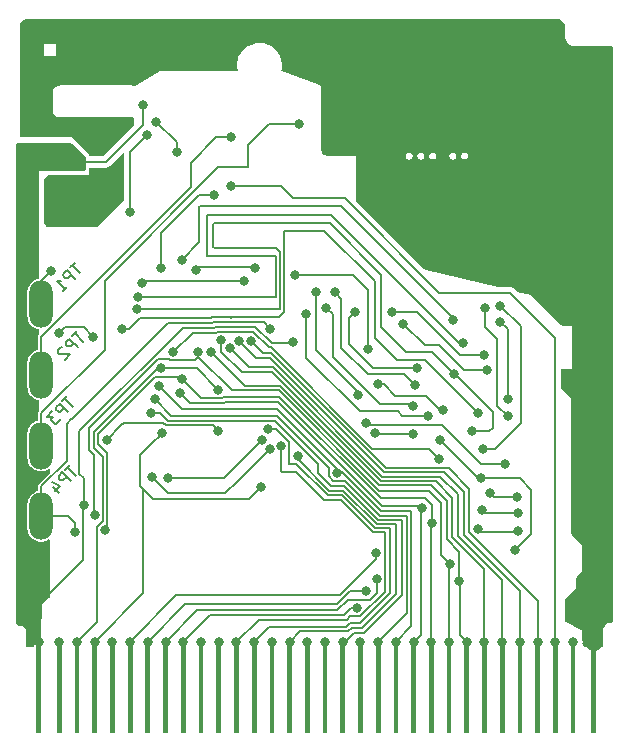
<source format=gbr>
G04 #@! TF.GenerationSoftware,KiCad,Pcbnew,(6.0.8)*
G04 #@! TF.CreationDate,2023-01-17T04:08:54-05:00*
G04 #@! TF.ProjectId,DMG-KGDU-10+,444d472d-4b47-4445-952d-31302b2e6b69,rev?*
G04 #@! TF.SameCoordinates,Original*
G04 #@! TF.FileFunction,Copper,L2,Bot*
G04 #@! TF.FilePolarity,Positive*
%FSLAX46Y46*%
G04 Gerber Fmt 4.6, Leading zero omitted, Abs format (unit mm)*
G04 Created by KiCad (PCBNEW (6.0.8)) date 2023-01-17 04:08:54*
%MOMM*%
%LPD*%
G01*
G04 APERTURE LIST*
%ADD10C,0.150000*%
G04 #@! TA.AperFunction,NonConductor*
%ADD11C,0.150000*%
G04 #@! TD*
G04 #@! TA.AperFunction,ComponentPad*
%ADD12C,0.800000*%
G04 #@! TD*
G04 #@! TA.AperFunction,SMDPad,CuDef*
%ADD13O,2.000000X4.000000*%
G04 #@! TD*
G04 #@! TA.AperFunction,ViaPad*
%ADD14C,2.050000*%
G04 #@! TD*
G04 #@! TA.AperFunction,ViaPad*
%ADD15C,0.800000*%
G04 #@! TD*
G04 #@! TA.AperFunction,Conductor*
%ADD16C,0.200000*%
G04 #@! TD*
G04 #@! TA.AperFunction,Conductor*
%ADD17C,1.500000*%
G04 #@! TD*
G04 APERTURE END LIST*
D10*
D11*
X121543696Y-101628573D02*
X121139635Y-102032634D01*
X122048772Y-102537710D02*
X121341665Y-101830603D01*
X121611039Y-102975443D02*
X120903932Y-102268336D01*
X120634558Y-102537710D01*
X120600887Y-102638725D01*
X120600887Y-102706069D01*
X120634558Y-102807084D01*
X120735574Y-102908099D01*
X120836589Y-102941771D01*
X120903932Y-102941771D01*
X121004948Y-102908100D01*
X121274322Y-102638725D01*
X120264169Y-102908100D02*
X119826436Y-103345832D01*
X120331513Y-103379504D01*
X120230497Y-103480519D01*
X120196826Y-103581535D01*
X120196826Y-103648878D01*
X120230497Y-103749893D01*
X120398856Y-103918252D01*
X120499871Y-103951924D01*
X120567215Y-103951924D01*
X120668230Y-103918252D01*
X120870261Y-103716222D01*
X120903932Y-103615206D01*
X120903932Y-103547863D01*
D10*
D11*
X122361576Y-96096453D02*
X121957515Y-96500514D01*
X122866652Y-97005590D02*
X122159545Y-96298483D01*
X122428919Y-97443323D02*
X121721812Y-96736216D01*
X121452438Y-97005590D01*
X121418767Y-97106605D01*
X121418767Y-97173949D01*
X121452438Y-97274964D01*
X121553454Y-97375979D01*
X121654469Y-97409651D01*
X121721812Y-97409651D01*
X121822828Y-97375980D01*
X122092202Y-97106605D01*
X121115721Y-97476995D02*
X121048377Y-97476995D01*
X120947362Y-97510667D01*
X120779003Y-97679025D01*
X120745332Y-97780041D01*
X120745332Y-97847384D01*
X120779003Y-97948399D01*
X120846347Y-98015743D01*
X120981034Y-98083086D01*
X121789156Y-98083086D01*
X121351423Y-98520819D01*
D10*
D11*
X122160916Y-90317953D02*
X121756855Y-90722014D01*
X122665992Y-91227090D02*
X121958885Y-90519983D01*
X122228259Y-91664823D02*
X121521152Y-90957716D01*
X121251778Y-91227090D01*
X121218107Y-91328105D01*
X121218107Y-91395449D01*
X121251778Y-91496464D01*
X121352794Y-91597479D01*
X121453809Y-91631151D01*
X121521152Y-91631151D01*
X121622168Y-91597480D01*
X121891542Y-91328105D01*
X121150763Y-92742319D02*
X121554824Y-92338258D01*
X121352794Y-92540289D02*
X120645687Y-91833182D01*
X120814046Y-91866854D01*
X120948733Y-91866854D01*
X121049748Y-91833182D01*
D10*
D11*
X121759596Y-107435013D02*
X121355535Y-107839074D01*
X122264672Y-108344150D02*
X121557565Y-107637043D01*
X121826939Y-108781883D02*
X121119832Y-108074776D01*
X120850458Y-108344150D01*
X120816787Y-108445165D01*
X120816787Y-108512509D01*
X120850458Y-108613524D01*
X120951474Y-108714539D01*
X121052489Y-108748211D01*
X121119832Y-108748211D01*
X121220848Y-108714540D01*
X121490222Y-108445165D01*
X120345382Y-109320631D02*
X120816787Y-109792036D01*
X120244367Y-108882898D02*
X120917802Y-109219616D01*
X120480069Y-109657349D01*
G36*
X137570000Y-130152000D02*
G01*
X137170000Y-130152000D01*
X137170000Y-122702000D01*
X137570000Y-122702000D01*
X137570000Y-130152000D01*
G37*
G36*
X139070000Y-130152000D02*
G01*
X138670000Y-130152000D01*
X138670000Y-122702000D01*
X139070000Y-122702000D01*
X139070000Y-130152000D01*
G37*
G36*
X143570000Y-130152000D02*
G01*
X143170000Y-130152000D01*
X143170000Y-122702000D01*
X143570000Y-122702000D01*
X143570000Y-130152000D01*
G37*
G36*
X161570000Y-130152000D02*
G01*
X161170000Y-130152000D01*
X161170000Y-122702000D01*
X161570000Y-122702000D01*
X161570000Y-130152000D01*
G37*
G36*
X166320000Y-130152000D02*
G01*
X165920000Y-130152000D01*
X165920000Y-122702000D01*
X166320000Y-122702000D01*
X166320000Y-130152000D01*
G37*
G36*
X149570000Y-130152000D02*
G01*
X149170000Y-130152000D01*
X149170000Y-122702000D01*
X149570000Y-122702000D01*
X149570000Y-130152000D01*
G37*
G36*
X145070000Y-130152000D02*
G01*
X144670000Y-130152000D01*
X144670000Y-122702000D01*
X145070000Y-122702000D01*
X145070000Y-130152000D01*
G37*
G36*
X157070000Y-130152000D02*
G01*
X156670000Y-130152000D01*
X156670000Y-122702000D01*
X157070000Y-122702000D01*
X157070000Y-130152000D01*
G37*
G36*
X155570000Y-130152000D02*
G01*
X155170000Y-130152000D01*
X155170000Y-122702000D01*
X155570000Y-122702000D01*
X155570000Y-130152000D01*
G37*
G36*
X128570000Y-130152000D02*
G01*
X128170000Y-130152000D01*
X128170000Y-122702000D01*
X128570000Y-122702000D01*
X128570000Y-130152000D01*
G37*
G36*
X121070000Y-130152000D02*
G01*
X120670000Y-130152000D01*
X120670000Y-122702000D01*
X121070000Y-122702000D01*
X121070000Y-130152000D01*
G37*
G36*
X151070000Y-130152000D02*
G01*
X150670000Y-130152000D01*
X150670000Y-122702000D01*
X151070000Y-122702000D01*
X151070000Y-130152000D01*
G37*
G36*
X164570000Y-130152000D02*
G01*
X164170000Y-130152000D01*
X164170000Y-122702000D01*
X164570000Y-122702000D01*
X164570000Y-130152000D01*
G37*
G36*
X124070000Y-130152000D02*
G01*
X123670000Y-130152000D01*
X123670000Y-122702000D01*
X124070000Y-122702000D01*
X124070000Y-130152000D01*
G37*
G36*
X125570000Y-130152000D02*
G01*
X125170000Y-130152000D01*
X125170000Y-122702000D01*
X125570000Y-122702000D01*
X125570000Y-130152000D01*
G37*
G36*
X146570000Y-130152000D02*
G01*
X146170000Y-130152000D01*
X146170000Y-122702000D01*
X146570000Y-122702000D01*
X146570000Y-130152000D01*
G37*
G36*
X152570000Y-130152000D02*
G01*
X152170000Y-130152000D01*
X152170000Y-122702000D01*
X152570000Y-122702000D01*
X152570000Y-130152000D01*
G37*
G36*
X136070000Y-130152000D02*
G01*
X135670000Y-130152000D01*
X135670000Y-122702000D01*
X136070000Y-122702000D01*
X136070000Y-130152000D01*
G37*
G36*
X160070000Y-130152000D02*
G01*
X159670000Y-130152000D01*
X159670000Y-122702000D01*
X160070000Y-122702000D01*
X160070000Y-130152000D01*
G37*
G36*
X131570000Y-130152000D02*
G01*
X131170000Y-130152000D01*
X131170000Y-122702000D01*
X131570000Y-122702000D01*
X131570000Y-130152000D01*
G37*
G36*
X127070000Y-130152000D02*
G01*
X126670000Y-130152000D01*
X126670000Y-122702000D01*
X127070000Y-122702000D01*
X127070000Y-130152000D01*
G37*
G36*
X130070000Y-130152000D02*
G01*
X129670000Y-130152000D01*
X129670000Y-122702000D01*
X130070000Y-122702000D01*
X130070000Y-130152000D01*
G37*
G36*
X154070000Y-130152000D02*
G01*
X153670000Y-130152000D01*
X153670000Y-122702000D01*
X154070000Y-122702000D01*
X154070000Y-130152000D01*
G37*
G36*
X133070000Y-130152000D02*
G01*
X132670000Y-130152000D01*
X132670000Y-122702000D01*
X133070000Y-122702000D01*
X133070000Y-130152000D01*
G37*
G36*
X122570000Y-130152000D02*
G01*
X122170000Y-130152000D01*
X122170000Y-122702000D01*
X122570000Y-122702000D01*
X122570000Y-130152000D01*
G37*
G36*
X140570000Y-130152000D02*
G01*
X140170000Y-130152000D01*
X140170000Y-122702000D01*
X140570000Y-122702000D01*
X140570000Y-130152000D01*
G37*
G36*
X158570000Y-130152000D02*
G01*
X158170000Y-130152000D01*
X158170000Y-122702000D01*
X158570000Y-122702000D01*
X158570000Y-130152000D01*
G37*
G36*
X134570000Y-130152000D02*
G01*
X134170000Y-130152000D01*
X134170000Y-122702000D01*
X134570000Y-122702000D01*
X134570000Y-130152000D01*
G37*
G36*
X163070000Y-130152000D02*
G01*
X162670000Y-130152000D01*
X162670000Y-122702000D01*
X163070000Y-122702000D01*
X163070000Y-130152000D01*
G37*
G36*
X148070000Y-130152000D02*
G01*
X147670000Y-130152000D01*
X147670000Y-122702000D01*
X148070000Y-122702000D01*
X148070000Y-130152000D01*
G37*
G36*
X119320000Y-130152000D02*
G01*
X118920000Y-130152000D01*
X118920000Y-122702000D01*
X119320000Y-122702000D01*
X119320000Y-130152000D01*
G37*
G36*
X142070000Y-130152000D02*
G01*
X141670000Y-130152000D01*
X141670000Y-122702000D01*
X142070000Y-122702000D01*
X142070000Y-130152000D01*
G37*
D12*
X119120000Y-122402000D03*
X120870000Y-122402000D03*
X122370000Y-122402000D03*
X123870000Y-122402000D03*
X125370000Y-122402000D03*
X126870000Y-122402000D03*
X128370000Y-122402000D03*
X129870000Y-122402000D03*
X131370000Y-122402000D03*
X132870000Y-122402000D03*
X134370000Y-122402000D03*
X135870000Y-122402000D03*
X137370000Y-122402000D03*
X138870000Y-122402000D03*
X140370000Y-122402000D03*
X141870000Y-122402000D03*
X143370000Y-122402000D03*
X144870000Y-122402000D03*
X146370000Y-122402000D03*
X147870000Y-122402000D03*
X149370000Y-122402000D03*
X150870000Y-122402000D03*
X152370000Y-122402000D03*
X153870000Y-122402000D03*
X155370000Y-122402000D03*
X156870000Y-122402000D03*
X158370000Y-122402000D03*
X159870000Y-122402000D03*
X161370000Y-122402000D03*
X162870000Y-122402000D03*
X164370000Y-122402000D03*
X166120000Y-122402000D03*
D13*
X119319000Y-93802000D03*
X119319000Y-99802000D03*
X119319000Y-105802000D03*
X119319000Y-111802000D03*
D14*
X165620000Y-120002000D03*
D15*
X138750000Y-95925000D03*
X153075000Y-105325000D03*
X129067560Y-78404720D03*
X159450000Y-114675000D03*
X130799840Y-80952340D03*
X156575000Y-108575000D03*
X122180000Y-113150000D03*
X120825000Y-96300000D03*
X166116000Y-88226900D03*
X166014400Y-76492100D03*
X164500560Y-100667820D03*
X118143020Y-78996540D03*
X123725000Y-96575000D03*
X137741660Y-70446900D03*
X125130560Y-84127340D03*
X120317260Y-86794340D03*
X122930000Y-110850000D03*
X127950990Y-76978660D03*
X140630000Y-97020000D03*
X122135900Y-81775300D03*
X120167400Y-91013280D03*
X128287780Y-79517240D03*
X126857100Y-86035540D03*
X128614800Y-103017000D03*
X152125000Y-103275000D03*
X141750500Y-94665734D03*
X138547500Y-104386500D03*
X151025000Y-100700000D03*
X144200000Y-92800000D03*
X139674700Y-105806100D03*
X130113635Y-108530605D03*
X138000100Y-105328500D03*
X146125000Y-101550000D03*
X142625000Y-92825000D03*
X150800000Y-102425000D03*
X143475000Y-94125000D03*
X128736090Y-108482130D03*
X138674300Y-106069100D03*
X146070700Y-119560300D03*
X150850000Y-104825000D03*
X147600000Y-104750000D03*
X147785300Y-117100000D03*
X146825000Y-118125000D03*
X147693800Y-114923000D03*
X158575000Y-107375000D03*
X146825125Y-103899500D03*
X151575000Y-111075000D03*
X131121900Y-101378200D03*
X131267300Y-100174500D03*
X152425000Y-112375000D03*
X124771100Y-112973600D03*
X132639100Y-97892000D03*
X153925000Y-115850000D03*
X123896400Y-111660000D03*
X154725000Y-117250000D03*
X133720852Y-97846504D03*
X159674500Y-113000000D03*
X156325000Y-112850000D03*
X134590321Y-96851708D03*
X156675000Y-111275000D03*
X135293935Y-97562306D03*
X159700000Y-111525000D03*
X159600000Y-110150000D03*
X136072970Y-96935306D03*
X157300000Y-109775000D03*
X137072788Y-96915588D03*
X124894300Y-105306000D03*
X134310100Y-104533700D03*
X157070000Y-99420000D03*
X150000000Y-95500000D03*
X130528600Y-97869500D03*
X153025000Y-106925000D03*
X137918100Y-109305800D03*
X129580200Y-104762072D03*
X156790000Y-98140000D03*
X149025000Y-94500000D03*
X141075000Y-106700000D03*
X145900000Y-94500000D03*
X151125000Y-99200000D03*
X136545320Y-91848940D03*
X127838100Y-92002600D03*
X129471800Y-99246100D03*
X134332573Y-101067317D03*
X158875000Y-101850000D03*
X158225000Y-95325000D03*
X128951800Y-101881100D03*
X129275900Y-100732500D03*
X144369900Y-108102700D03*
X147850000Y-100625000D03*
X153375000Y-102800000D03*
X135400000Y-83800000D03*
X134000000Y-84600000D03*
X129451100Y-90756740D03*
X156925000Y-94125000D03*
X158825000Y-103325000D03*
X156725000Y-106050000D03*
X158200000Y-93950000D03*
X137450000Y-90775000D03*
X147025000Y-97625000D03*
X140800000Y-91350000D03*
X132450000Y-90925000D03*
X154175000Y-95150000D03*
X131250000Y-90050000D03*
X127534900Y-93261500D03*
X155025000Y-97150000D03*
X127482100Y-94275400D03*
X154300000Y-99725000D03*
X155775000Y-104575000D03*
X156350000Y-103050000D03*
X126189400Y-95944900D03*
X141185204Y-78614190D03*
X135400000Y-79700000D03*
D16*
X159450000Y-114675000D02*
X160825000Y-113300000D01*
X122180000Y-113150000D02*
X122180000Y-112393560D01*
X135265456Y-95359439D02*
X135257701Y-95351684D01*
X129067560Y-78404720D02*
X130799840Y-80137000D01*
X133922941Y-95351684D02*
X133840225Y-95434400D01*
X135257701Y-95351684D02*
X133922941Y-95351684D01*
X119319000Y-109235670D02*
X119319000Y-111802000D01*
X130799840Y-80137000D02*
X130799840Y-80952340D01*
X121921900Y-103550000D02*
X121875000Y-103550000D01*
X122180000Y-112393560D02*
X121588440Y-111802000D01*
X122921453Y-95771453D02*
X121353547Y-95771453D01*
X123725000Y-96575000D02*
X122921453Y-95771453D01*
X121353547Y-95771453D02*
X120825000Y-96300000D01*
X121875000Y-103550000D02*
X121485800Y-103939200D01*
X156325000Y-108575000D02*
X156575000Y-108575000D01*
X153075000Y-105325000D02*
X156325000Y-108575000D01*
X160825000Y-113300000D02*
X160825000Y-109525000D01*
X138184439Y-95359439D02*
X135265456Y-95359439D01*
X121485800Y-103939200D02*
X121485800Y-107068870D01*
X130037500Y-95434400D02*
X121921900Y-103550000D01*
D17*
X166120000Y-122402000D02*
X166120000Y-120502000D01*
D16*
X138750000Y-95925000D02*
X138184439Y-95359439D01*
X166120000Y-120502000D02*
X165620000Y-120002000D01*
X159875000Y-108575000D02*
X156575000Y-108575000D01*
X121588440Y-111802000D02*
X119319000Y-111802000D01*
X133840225Y-95434400D02*
X130037500Y-95434400D01*
X160825000Y-109525000D02*
X159875000Y-108575000D01*
X121485800Y-107068870D02*
X119319000Y-109235670D01*
X135099767Y-95759450D02*
X137473150Y-95759450D01*
X122841401Y-115496959D02*
X119120000Y-119218360D01*
X138842500Y-97128800D02*
X140521200Y-97128800D01*
X119120000Y-119218360D02*
X119120000Y-122402000D01*
X127950990Y-78618749D02*
X127950990Y-76978660D01*
X134088630Y-95751695D02*
X135092012Y-95751695D01*
X122930000Y-110850000D02*
X122930000Y-108549858D01*
X122135900Y-81775300D02*
X124794439Y-81775300D01*
X122576901Y-104562799D02*
X131305000Y-95834700D01*
X124794439Y-81775300D02*
X127950990Y-78618749D01*
X122576901Y-108196759D02*
X122576901Y-104562799D01*
X122841401Y-110938599D02*
X122841401Y-115496959D01*
X140630000Y-97020000D02*
X140512946Y-97137054D01*
X140521200Y-97128800D02*
X140630000Y-97020000D01*
X134005625Y-95834700D02*
X134088630Y-95751695D01*
X140512946Y-97137054D02*
X140313446Y-97137054D01*
X135092012Y-95751695D02*
X135099767Y-95759450D01*
X131305000Y-95834700D02*
X134005625Y-95834700D01*
X122930000Y-110850000D02*
X122841401Y-110938599D01*
X137473150Y-95759450D02*
X138842500Y-97128800D01*
X122930000Y-108549858D02*
X122576901Y-108196759D01*
X119319000Y-93802000D02*
X119319000Y-91861680D01*
X126857100Y-80947920D02*
X126857100Y-86035540D01*
X119319000Y-91861680D02*
X120167400Y-91013280D01*
X128287780Y-79517240D02*
X126857100Y-80947920D01*
X145036200Y-122402000D02*
X145792200Y-121646000D01*
X139111100Y-103686000D02*
X130038600Y-103686000D01*
X149850200Y-112100000D02*
X147890078Y-112100000D01*
X145792200Y-121646000D02*
X146673700Y-121646000D01*
X144870000Y-122402000D02*
X145036200Y-122402000D01*
X130038600Y-103686000D02*
X129369600Y-103017000D01*
X129369600Y-103017000D02*
X128614800Y-103017000D01*
X144993378Y-109203300D02*
X143914100Y-109203300D01*
X149850200Y-118469500D02*
X149850200Y-112100000D01*
X147890078Y-112100000D02*
X144993378Y-109203300D01*
X143914100Y-109203300D02*
X142799100Y-108088300D01*
X142799100Y-108088300D02*
X142799100Y-107374000D01*
X142799100Y-107374000D02*
X139111100Y-103686000D01*
X146673700Y-121646000D02*
X149850200Y-118469500D01*
X137370000Y-122402000D02*
X138643100Y-121128900D01*
X140325000Y-107325000D02*
X140325000Y-105466000D01*
X138643100Y-121128900D02*
X145177100Y-121128900D01*
X144804030Y-110003900D02*
X143603900Y-110003900D01*
X139245500Y-104386500D02*
X138547500Y-104386500D01*
X146342100Y-120845400D02*
X148880400Y-118307100D01*
X148880400Y-118307100D02*
X148880400Y-112800000D01*
X140325000Y-105466000D02*
X139245500Y-104386500D01*
X145177100Y-121128900D02*
X145460600Y-120845400D01*
X149925000Y-103275000D02*
X149550000Y-102900000D01*
X145460600Y-120845400D02*
X146342100Y-120845400D01*
X141750500Y-98350500D02*
X141750500Y-94665734D01*
X149550000Y-102900000D02*
X146300000Y-102900000D01*
X143603900Y-110003900D02*
X140950000Y-107350000D01*
X148880400Y-112800000D02*
X147600130Y-112800000D01*
X147600130Y-112800000D02*
X144804030Y-110003900D01*
X146300000Y-102900000D02*
X141750500Y-98350500D01*
X152125000Y-103275000D02*
X149925000Y-103275000D01*
X140350000Y-107350000D02*
X140325000Y-107325000D01*
X140950000Y-107350000D02*
X140350000Y-107350000D01*
X144200000Y-92800000D02*
X144750000Y-93350000D01*
X147455156Y-113150000D02*
X144709356Y-110404200D01*
X146360800Y-120260600D02*
X148434800Y-118186600D01*
X144709356Y-110404200D02*
X143304200Y-110404200D01*
X140900000Y-108000000D02*
X139700000Y-108000000D01*
X145479300Y-120260600D02*
X146360800Y-120260600D01*
X137743600Y-120528400D02*
X145211500Y-120528400D01*
X135870000Y-122402000D02*
X137743600Y-120528400D01*
X139674700Y-107974700D02*
X139674700Y-105806100D01*
X148434800Y-113150000D02*
X147455156Y-113150000D01*
X144750000Y-93350000D02*
X144750000Y-97525000D01*
X146975000Y-99750000D02*
X150075000Y-99750000D01*
X145211500Y-120528400D02*
X145479300Y-120260600D01*
X148434800Y-118186600D02*
X148434800Y-113150000D01*
X144750000Y-97525000D02*
X146975000Y-99750000D01*
X139700000Y-108000000D02*
X139674700Y-107974700D01*
X143304200Y-110404200D02*
X140900000Y-108000000D01*
X150075000Y-99750000D02*
X151025000Y-100700000D01*
X142625000Y-92825000D02*
X142575000Y-92875000D01*
X142575000Y-92875000D02*
X142575000Y-97725000D01*
X134797995Y-108530605D02*
X135287100Y-108041500D01*
X146125000Y-101275000D02*
X146125000Y-101550000D01*
X135287100Y-108041500D02*
X138000100Y-105328500D01*
X130113635Y-108530605D02*
X134797995Y-108530605D01*
X142575000Y-97725000D02*
X146125000Y-101275000D01*
X135973700Y-108769700D02*
X138674300Y-106069100D01*
X148025000Y-102300000D02*
X150675000Y-102300000D01*
X128736090Y-108482130D02*
X130065780Y-109811820D01*
X143475000Y-94125000D02*
X144025000Y-94675000D01*
X144025000Y-98300000D02*
X148025000Y-102300000D01*
X134931580Y-109811820D02*
X135973700Y-108769700D01*
X144025000Y-94675000D02*
X144025000Y-98300000D01*
X130065780Y-109811820D02*
X134931580Y-109811820D01*
X150675000Y-102300000D02*
X150800000Y-102425000D01*
X133644000Y-120128000D02*
X144987100Y-120128000D01*
X145554800Y-119560300D02*
X146070700Y-119560300D01*
X144987100Y-120128000D02*
X145554800Y-119560300D01*
X131370000Y-122402000D02*
X133644000Y-120128000D01*
X147785300Y-117100000D02*
X147785300Y-118289700D01*
X147675000Y-104825000D02*
X150850000Y-104825000D01*
X145294100Y-118859900D02*
X144426400Y-119727600D01*
X147600000Y-104750000D02*
X147675000Y-104825000D01*
X132544400Y-119727600D02*
X129870000Y-122402000D01*
X144426400Y-119727600D02*
X132544400Y-119727600D01*
X147785300Y-118289700D02*
X147215100Y-118859900D01*
X147215100Y-118859900D02*
X145294100Y-118859900D01*
X145462700Y-118125000D02*
X144343700Y-119244000D01*
X131528000Y-119244000D02*
X128370000Y-122402000D01*
X146825000Y-118125000D02*
X145462700Y-118125000D01*
X144343700Y-119244000D02*
X131528000Y-119244000D01*
X126870000Y-122402000D02*
X130794900Y-118477100D01*
X158575000Y-107375000D02*
X158377000Y-107375000D01*
X147693800Y-115406200D02*
X147693800Y-114923000D01*
X147000625Y-104075000D02*
X146825125Y-103899500D01*
X153250000Y-104075000D02*
X147000625Y-104075000D01*
X145317726Y-117775000D02*
X145325000Y-117775000D01*
X158125000Y-107375000D02*
X158575000Y-107375000D01*
X145325000Y-117775000D02*
X147693800Y-115406200D01*
X130794900Y-118477100D02*
X144615626Y-118477100D01*
X158575000Y-107375000D02*
X156550000Y-107375000D01*
X144615626Y-118477100D02*
X145317726Y-117775000D01*
X156550000Y-107375000D02*
X153250000Y-104075000D01*
X131911030Y-102167330D02*
X131121900Y-101378200D01*
X151475000Y-111175000D02*
X151475000Y-121797000D01*
X134882294Y-102119300D02*
X134834264Y-102167330D01*
X139394300Y-102119300D02*
X134882294Y-102119300D01*
X151450000Y-110950000D02*
X148225000Y-110950000D01*
X151575000Y-111075000D02*
X151450000Y-110950000D01*
X151475000Y-121797000D02*
X150870000Y-122402000D01*
X148225000Y-110950000D02*
X139394300Y-102119300D01*
X134834264Y-102167330D02*
X131911030Y-102167330D01*
X151575000Y-111075000D02*
X151475000Y-111175000D01*
X124946400Y-112798300D02*
X124946400Y-106411700D01*
X152370000Y-112430000D02*
X152370000Y-122402000D01*
X152425000Y-112375000D02*
X152400000Y-112350000D01*
X124175300Y-105640600D02*
X124175300Y-104825600D01*
X124175300Y-104825600D02*
X128968800Y-100032100D01*
X124771100Y-112973600D02*
X124946400Y-112798300D01*
X148075000Y-110250000D02*
X139486200Y-101661200D01*
X134774694Y-101661200D02*
X134668575Y-101767319D01*
X151825000Y-110250000D02*
X148075000Y-110250000D01*
X128968800Y-100032100D02*
X131124900Y-100032100D01*
X152425000Y-112375000D02*
X152370000Y-112430000D01*
X152400000Y-112350000D02*
X152400000Y-110825000D01*
X152400000Y-110825000D02*
X151825000Y-110250000D01*
X124946400Y-106411700D02*
X124175300Y-105640600D01*
X139486200Y-101661200D02*
X134774694Y-101661200D01*
X134668575Y-101767319D02*
X132860119Y-101767319D01*
X131124900Y-100032100D02*
X131267300Y-100174500D01*
X132860119Y-101767319D02*
X131267300Y-100174500D01*
X123838100Y-106635600D02*
X123374700Y-106172200D01*
X147944974Y-109625000D02*
X139438474Y-101118500D01*
X132337600Y-98569800D02*
X132639100Y-98268300D01*
X129213900Y-98494400D02*
X130163200Y-98494400D01*
X123896400Y-111660000D02*
X123838100Y-111601700D01*
X123838100Y-111601700D02*
X123838100Y-106635600D01*
X123374700Y-104333600D02*
X129213900Y-98494400D01*
X153925000Y-115850000D02*
X153869900Y-115905100D01*
X123374700Y-106172200D02*
X123374700Y-104333600D01*
X153925000Y-115850000D02*
X153175000Y-115100000D01*
X130163200Y-98494400D02*
X130238600Y-98569800D01*
X132639100Y-98268300D02*
X132639100Y-97892000D01*
X153175000Y-110650000D02*
X152150000Y-109625000D01*
X153869900Y-115905100D02*
X153869900Y-122402000D01*
X130238600Y-98569800D02*
X132337600Y-98569800D01*
X139438474Y-101118500D02*
X135489300Y-101118500D01*
X153175000Y-115100000D02*
X153175000Y-110650000D01*
X135489300Y-101118500D02*
X132639100Y-98268300D01*
X152150000Y-109625000D02*
X147944974Y-109625000D01*
X153869900Y-122402000D02*
X153870000Y-122402000D01*
X154725000Y-117250000D02*
X154725000Y-114775000D01*
X152350000Y-109125000D02*
X147939948Y-109125000D01*
X139533048Y-100718100D02*
X136592448Y-100718100D01*
X136592448Y-100718100D02*
X133720852Y-97846504D01*
X154725000Y-114775000D02*
X153675000Y-113725000D01*
X153675000Y-113725000D02*
X153675000Y-110450000D01*
X154725000Y-117250000D02*
X154825000Y-117350000D01*
X154825000Y-121857000D02*
X155370000Y-122402000D01*
X153675000Y-110450000D02*
X152350000Y-109125000D01*
X147939948Y-109125000D02*
X139533048Y-100718100D01*
X154825000Y-117350000D02*
X154825000Y-121857000D01*
X138896422Y-99586500D02*
X136301632Y-99586500D01*
X156870000Y-122402000D02*
X156870000Y-116274161D01*
X156325000Y-112850000D02*
X156575000Y-113100000D01*
X154150000Y-110200000D02*
X152725000Y-108775000D01*
X152725000Y-108775000D02*
X148084922Y-108775000D01*
X156870000Y-116274161D02*
X154150000Y-113554161D01*
X156575000Y-113100000D02*
X159574500Y-113100000D01*
X148084922Y-108775000D02*
X138896422Y-99586500D01*
X154150000Y-113554161D02*
X154150000Y-110200000D01*
X136301632Y-99586500D02*
X134590321Y-97875189D01*
X159574500Y-113100000D02*
X159674500Y-113000000D01*
X134590321Y-97875189D02*
X134590321Y-96851708D01*
X156925000Y-111525000D02*
X159700000Y-111525000D01*
X156675000Y-111275000D02*
X156925000Y-111525000D01*
X148229896Y-108425000D02*
X138991096Y-99186200D01*
X158370000Y-122402000D02*
X158370000Y-117195000D01*
X153125000Y-108425000D02*
X148229896Y-108425000D01*
X154600000Y-109900000D02*
X153125000Y-108425000D01*
X138991096Y-99186200D02*
X136917829Y-99186200D01*
X136917829Y-99186200D02*
X135293935Y-97562306D01*
X154600000Y-113425000D02*
X154600000Y-109900000D01*
X158370000Y-117195000D02*
X154600000Y-113425000D01*
X155100000Y-109750000D02*
X153425000Y-108075000D01*
X138685470Y-98385600D02*
X137523264Y-98385600D01*
X155100000Y-113375000D02*
X155100000Y-109750000D01*
X137523264Y-98385600D02*
X136072970Y-96935306D01*
X153425000Y-108075000D02*
X148374870Y-108075000D01*
X148374870Y-108075000D02*
X138685470Y-98385600D01*
X159870000Y-118145000D02*
X155100000Y-113375000D01*
X159600000Y-110150000D02*
X157675000Y-110150000D01*
X157675000Y-110150000D02*
X157300000Y-109775000D01*
X159870000Y-122402000D02*
X159870000Y-118145000D01*
X161370000Y-118920000D02*
X155575000Y-113125000D01*
X155575000Y-109450000D02*
X153850000Y-107725000D01*
X138142500Y-97985300D02*
X137072788Y-96915588D01*
X153850000Y-107725000D02*
X148519844Y-107725000D01*
X148519844Y-107725000D02*
X138780144Y-97985300D01*
X138780144Y-97985300D02*
X138142500Y-97985300D01*
X155575000Y-113125000D02*
X155575000Y-109450000D01*
X161370000Y-122402000D02*
X161370000Y-118920000D01*
X129872911Y-104086010D02*
X129655121Y-103868220D01*
X126116200Y-104084100D02*
X124894300Y-105306000D01*
X133862410Y-104086010D02*
X129872911Y-104086010D01*
X126332080Y-103868220D02*
X126116200Y-104084100D01*
X134310100Y-104533700D02*
X133862410Y-104086010D01*
X129655121Y-103868220D02*
X126332080Y-103868220D01*
X157070000Y-99420000D02*
X155145000Y-99420000D01*
X153025000Y-97300000D02*
X151800000Y-97300000D01*
X155145000Y-99420000D02*
X153025000Y-97300000D01*
X151800000Y-97300000D02*
X150000000Y-95500000D01*
X132163100Y-96235000D02*
X130528600Y-97869500D01*
X129193964Y-105170936D02*
X129098860Y-105266040D01*
X137918100Y-109305800D02*
X137753900Y-109470000D01*
X129193964Y-105148308D02*
X129580200Y-104762072D01*
X134171025Y-96235000D02*
X132163100Y-96235000D01*
X127955200Y-109470000D02*
X127955200Y-118316800D01*
X129193964Y-105170936D02*
X129193964Y-105148308D01*
X128810100Y-110324900D02*
X127955200Y-109470000D01*
X152200000Y-106100000D02*
X147389818Y-106100000D01*
X136899000Y-110324900D02*
X128810100Y-110324900D01*
X153025000Y-106925000D02*
X152200000Y-106100000D01*
X127735500Y-106629400D02*
X129098860Y-105266040D01*
X137918100Y-109305800D02*
X136899000Y-110324900D01*
X138626400Y-97478800D02*
X137307061Y-96159461D01*
X127735500Y-109250300D02*
X127735500Y-106629400D01*
X134934078Y-96159461D02*
X134926323Y-96151706D01*
X134926323Y-96151706D02*
X134254319Y-96151706D01*
X147389818Y-106100000D02*
X138768618Y-97478800D01*
X137307061Y-96159461D02*
X134934078Y-96159461D01*
X134254319Y-96151706D02*
X134171025Y-96235000D01*
X138768618Y-97478800D02*
X138626400Y-97478800D01*
X127955200Y-109470000D02*
X127735500Y-109250300D01*
X127955200Y-118316800D02*
X123870000Y-122402000D01*
X149358000Y-112450000D02*
X149358000Y-118395600D01*
X141075000Y-106930300D02*
X143748300Y-109603600D01*
X145342900Y-121529200D02*
X141242800Y-121529200D01*
X144898704Y-109603600D02*
X147745104Y-112450000D01*
X154825000Y-98150000D02*
X151175000Y-94500000D01*
X141242800Y-121529200D02*
X140370000Y-122402000D01*
X156790000Y-98140000D02*
X156780000Y-98150000D01*
X149358000Y-118395600D02*
X146507900Y-121245700D01*
X143748300Y-109603600D02*
X144898704Y-109603600D01*
X141075000Y-106700000D02*
X141075000Y-106930300D01*
X151175000Y-94500000D02*
X149025000Y-94500000D01*
X156780000Y-98150000D02*
X154825000Y-98150000D01*
X147745104Y-112450000D02*
X149358000Y-112450000D01*
X145626400Y-121245700D02*
X145342900Y-121529200D01*
X146507900Y-121245700D02*
X145626400Y-121245700D01*
X147425000Y-99200000D02*
X151125000Y-99200000D01*
X145425000Y-94975000D02*
X145425000Y-97200000D01*
X145425000Y-97200000D02*
X147425000Y-99200000D01*
X145900000Y-94500000D02*
X145425000Y-94975000D01*
X127991760Y-91848940D02*
X127838100Y-92002600D01*
X136545320Y-91848940D02*
X127991760Y-91848940D01*
X129188700Y-99246100D02*
X123775000Y-104659800D01*
X129471800Y-99246100D02*
X132511356Y-99246100D01*
X129471800Y-99246100D02*
X129188700Y-99246100D01*
X123775000Y-104659800D02*
X123775000Y-106006300D01*
X124545900Y-106777200D02*
X124545900Y-112208500D01*
X124070800Y-120701200D02*
X122370000Y-122402000D01*
X132511356Y-99246100D02*
X134332573Y-101067317D01*
X124545900Y-112208500D02*
X124070800Y-112683600D01*
X123775000Y-106006300D02*
X124545900Y-106777200D01*
X124070800Y-112683600D02*
X124070800Y-120701200D01*
X158860000Y-101835000D02*
X158875000Y-101850000D01*
X158860000Y-95960000D02*
X158860000Y-101835000D01*
X158225000Y-95325000D02*
X158860000Y-95960000D01*
X143669600Y-107678400D02*
X139276800Y-103285600D01*
X148035052Y-111750000D02*
X145088052Y-108803000D01*
X150288300Y-119983700D02*
X150288300Y-111750000D01*
X144079900Y-108803000D02*
X143669600Y-108392700D01*
X147870000Y-122402000D02*
X150288300Y-119983700D01*
X150288300Y-111750000D02*
X148035052Y-111750000D01*
X139276800Y-103285600D02*
X130356300Y-103285600D01*
X143669600Y-108392700D02*
X143669600Y-107678400D01*
X130356300Y-103285600D02*
X128951800Y-101881100D01*
X145088052Y-108803000D02*
X144079900Y-108803000D01*
X144440700Y-107883400D02*
X139277000Y-102719700D01*
X144440700Y-108031900D02*
X144369900Y-108102700D01*
X150688700Y-111463700D02*
X150550000Y-111325000D01*
X151900000Y-101600000D02*
X149325000Y-101600000D01*
X150688700Y-121083300D02*
X150688700Y-111463700D01*
X148105026Y-111325000D02*
X144811926Y-108031900D01*
X153100000Y-102800000D02*
X151900000Y-101600000D01*
X149370000Y-122402000D02*
X150688700Y-121083300D01*
X149325000Y-101600000D02*
X148350000Y-100625000D01*
X150550000Y-111325000D02*
X148105026Y-111325000D01*
X144811926Y-108031900D02*
X144440700Y-108031900D01*
X148350000Y-100625000D02*
X147850000Y-100625000D01*
X131263100Y-102719700D02*
X129275900Y-100732500D01*
X139277000Y-102719700D02*
X131263100Y-102719700D01*
X153375000Y-102800000D02*
X153100000Y-102800000D01*
X144440700Y-108031900D02*
X144440700Y-107883400D01*
X145019974Y-84850000D02*
X153039974Y-92870000D01*
X159040000Y-92870000D02*
X162870000Y-96700000D01*
X135400000Y-83800000D02*
X139650000Y-83800000D01*
X140700000Y-84850000D02*
X145019974Y-84850000D01*
X153039974Y-92870000D02*
X159040000Y-92870000D01*
X139650000Y-83800000D02*
X140700000Y-84850000D01*
X162870000Y-96700000D02*
X162870000Y-122402000D01*
X129451100Y-87823900D02*
X129451100Y-90756740D01*
X134000000Y-84600000D02*
X132675000Y-84600000D01*
X132675000Y-84600000D02*
X129451100Y-87823900D01*
X158825000Y-103325000D02*
X157925000Y-102425000D01*
X157925000Y-96750000D02*
X156925000Y-95750000D01*
X157925000Y-102425000D02*
X157925000Y-96750000D01*
X156925000Y-95750000D02*
X156925000Y-94125000D01*
X158200000Y-93950000D02*
X159925000Y-95675000D01*
X159925000Y-95675000D02*
X159925000Y-103850000D01*
X157725000Y-106050000D02*
X156725000Y-106050000D01*
X159925000Y-103850000D02*
X157725000Y-106050000D01*
X140825000Y-91375000D02*
X140800000Y-91350000D01*
X132450000Y-90925000D02*
X132675000Y-90700000D01*
X147025000Y-92630761D02*
X145769239Y-91375000D01*
X145769239Y-91375000D02*
X140825000Y-91375000D01*
X147025000Y-97625000D02*
X147025000Y-92630761D01*
X137375000Y-90700000D02*
X137450000Y-90775000D01*
X132675000Y-90700000D02*
X137375000Y-90700000D01*
X154175000Y-94975000D02*
X144725000Y-85525000D01*
X132700000Y-85575000D02*
X132700000Y-88600000D01*
X144725000Y-85525000D02*
X132750000Y-85525000D01*
X132700000Y-88600000D02*
X131250000Y-90050000D01*
X132750000Y-85525000D02*
X132700000Y-85575000D01*
X154175000Y-95150000D02*
X154175000Y-94975000D01*
X139225000Y-93261500D02*
X127534900Y-93261500D01*
X133350000Y-89775000D02*
X139150000Y-89775000D01*
X143850000Y-86250000D02*
X133350000Y-86250000D01*
X155025000Y-97150000D02*
X154750000Y-97150000D01*
X154750000Y-97150000D02*
X143850000Y-86250000D01*
X133350000Y-86250000D02*
X133350000Y-89775000D01*
X139150000Y-89775000D02*
X139225000Y-89850000D01*
X139225000Y-89850000D02*
X139225000Y-93261500D01*
X154300000Y-99725000D02*
X152425000Y-97850000D01*
X148150000Y-91375000D02*
X148150000Y-93575000D01*
X133925000Y-87075000D02*
X134025000Y-86975000D01*
X150250000Y-97850000D02*
X148150000Y-95750000D01*
X139575000Y-89444974D02*
X139205026Y-89075000D01*
X134050000Y-89075000D02*
X133925000Y-88950000D01*
X155775000Y-104575000D02*
X157275000Y-104575000D01*
X152425000Y-97850000D02*
X150250000Y-97850000D01*
X157580000Y-104270000D02*
X157580000Y-102960761D01*
X134025000Y-86975000D02*
X143750000Y-86975000D01*
X127482100Y-94275400D02*
X139575000Y-94275400D01*
X148150000Y-95750000D02*
X148150000Y-93275000D01*
X139575000Y-94275400D02*
X139575000Y-89444974D01*
X143750000Y-86975000D02*
X148150000Y-91375000D01*
X157580000Y-102960761D02*
X154344239Y-99725000D01*
X139205026Y-89075000D02*
X134050000Y-89075000D01*
X133925000Y-88950000D02*
X133925000Y-87075000D01*
X154344239Y-99725000D02*
X154300000Y-99725000D01*
X127482100Y-94275500D02*
X127482100Y-94275400D01*
X157275000Y-104575000D02*
X157580000Y-104270000D01*
X147575000Y-96700000D02*
X147575000Y-91900000D01*
X143275000Y-87600000D02*
X139925000Y-87600000D01*
X133757252Y-94951673D02*
X135323327Y-94951673D01*
X139925000Y-94500000D02*
X139473327Y-94951673D01*
X139473327Y-94951673D02*
X135323327Y-94951673D01*
X139925000Y-87600000D02*
X139925000Y-94500000D01*
X156325000Y-103050000D02*
X151825000Y-98550000D01*
X135323327Y-94951673D02*
X135423390Y-94951673D01*
X135423390Y-94951673D02*
X135431145Y-94959428D01*
X147575000Y-91900000D02*
X143275000Y-87600000D01*
X149425000Y-98550000D02*
X147575000Y-96700000D01*
X126189400Y-95944900D02*
X126755085Y-95944900D01*
X133744200Y-94964725D02*
X133757252Y-94951673D01*
X127735260Y-94964725D02*
X133744200Y-94964725D01*
X156350000Y-103050000D02*
X156325000Y-103050000D01*
X126755085Y-95944900D02*
X127735260Y-94964725D01*
X151825000Y-98550000D02*
X149425000Y-98550000D01*
X138660810Y-78614190D02*
X136890000Y-80385000D01*
X134340000Y-82230000D02*
X134346900Y-82223100D01*
X136890000Y-82223100D02*
X136626500Y-82223100D01*
X124725000Y-91850000D02*
X134340000Y-82235000D01*
X136890000Y-80385000D02*
X136890000Y-82223100D01*
X134340000Y-82235000D02*
X134340000Y-82230000D01*
X119319000Y-105802000D02*
X119319000Y-103080860D01*
X124725000Y-97674860D02*
X124725000Y-91850000D01*
X141185204Y-78614190D02*
X138660810Y-78614190D01*
X119319000Y-103080860D02*
X124725000Y-97674860D01*
X134346900Y-82223100D02*
X136890000Y-82223100D01*
X119319000Y-96569767D02*
X119319000Y-99802000D01*
X132009760Y-81840240D02*
X132009760Y-83519760D01*
X135400000Y-79700000D02*
X134150000Y-79700000D01*
X132009760Y-83519760D02*
X132010000Y-83520000D01*
X134150000Y-79700000D02*
X132009760Y-81840240D01*
X132010000Y-83878767D02*
X119319000Y-96569767D01*
X132010000Y-83520000D02*
X132010000Y-83878767D01*
G04 #@! TA.AperFunction,Conductor*
G36*
X121890925Y-80221760D02*
G01*
X121914912Y-80226531D01*
X121932570Y-80233846D01*
X121952898Y-80247429D01*
X121960323Y-80253523D01*
X123098877Y-81392077D01*
X123104971Y-81399502D01*
X123118554Y-81419830D01*
X123125869Y-81437488D01*
X123130640Y-81461475D01*
X123131580Y-81471024D01*
X123131580Y-82412314D01*
X123127850Y-82431065D01*
X123110058Y-82474019D01*
X123083539Y-82500538D01*
X123040585Y-82518330D01*
X123021834Y-82522060D01*
X119171720Y-82522060D01*
X119171720Y-91618565D01*
X119157368Y-91653213D01*
X119131019Y-91666856D01*
X119019953Y-91685941D01*
X119017849Y-91686717D01*
X119017846Y-91686718D01*
X118823683Y-91758349D01*
X118823680Y-91758350D01*
X118821575Y-91759127D01*
X118819647Y-91760274D01*
X118819645Y-91760275D01*
X118641786Y-91866089D01*
X118641780Y-91866093D01*
X118639856Y-91867238D01*
X118480881Y-92006655D01*
X118479493Y-92008416D01*
X118351366Y-92170944D01*
X118351363Y-92170948D01*
X118349976Y-92172708D01*
X118251523Y-92359836D01*
X118188820Y-92561773D01*
X118168500Y-92733455D01*
X118168500Y-94855641D01*
X118182919Y-95012560D01*
X118240314Y-95216069D01*
X118333835Y-95405710D01*
X118460349Y-95575133D01*
X118615619Y-95718663D01*
X118794446Y-95831495D01*
X118796534Y-95832328D01*
X118988756Y-95909017D01*
X118988760Y-95909018D01*
X118990840Y-95909848D01*
X118993041Y-95910286D01*
X118993045Y-95910287D01*
X119132279Y-95937982D01*
X119163462Y-95958817D01*
X119171720Y-95986040D01*
X119171720Y-96340711D01*
X119157368Y-96375359D01*
X119149946Y-96381451D01*
X119138399Y-96389166D01*
X119102943Y-96442231D01*
X119083034Y-96472026D01*
X119063592Y-96569767D01*
X119064534Y-96574502D01*
X119067558Y-96589704D01*
X119068500Y-96599264D01*
X119068500Y-97636301D01*
X119054148Y-97670949D01*
X119027798Y-97684593D01*
X119019953Y-97685941D01*
X119017849Y-97686717D01*
X119017846Y-97686718D01*
X118823683Y-97758349D01*
X118823680Y-97758350D01*
X118821575Y-97759127D01*
X118819647Y-97760274D01*
X118819645Y-97760275D01*
X118641786Y-97866089D01*
X118641780Y-97866093D01*
X118639856Y-97867238D01*
X118480881Y-98006655D01*
X118479493Y-98008416D01*
X118351366Y-98170944D01*
X118351363Y-98170948D01*
X118349976Y-98172708D01*
X118251523Y-98359836D01*
X118188820Y-98561773D01*
X118188556Y-98564005D01*
X118188555Y-98564009D01*
X118185226Y-98592140D01*
X118168500Y-98733455D01*
X118168500Y-100855641D01*
X118182919Y-101012560D01*
X118240314Y-101216069D01*
X118333835Y-101405710D01*
X118460349Y-101575133D01*
X118615619Y-101718663D01*
X118794446Y-101831495D01*
X118796534Y-101832328D01*
X118988756Y-101909017D01*
X118988760Y-101909018D01*
X118990840Y-101909848D01*
X118993041Y-101910286D01*
X118993045Y-101910287D01*
X119132279Y-101937982D01*
X119163462Y-101958817D01*
X119171720Y-101986040D01*
X119171720Y-102851804D01*
X119157368Y-102886452D01*
X119149946Y-102892544D01*
X119138399Y-102900259D01*
X119102943Y-102953324D01*
X119083034Y-102983119D01*
X119063592Y-103080860D01*
X119064534Y-103085595D01*
X119067558Y-103100797D01*
X119068500Y-103110357D01*
X119068500Y-103636301D01*
X119054148Y-103670949D01*
X119027798Y-103684593D01*
X119019953Y-103685941D01*
X119017849Y-103686717D01*
X119017846Y-103686718D01*
X118823683Y-103758349D01*
X118823680Y-103758350D01*
X118821575Y-103759127D01*
X118819647Y-103760274D01*
X118819645Y-103760275D01*
X118641786Y-103866089D01*
X118641780Y-103866093D01*
X118639856Y-103867238D01*
X118480881Y-104006655D01*
X118479493Y-104008416D01*
X118351366Y-104170944D01*
X118351363Y-104170948D01*
X118349976Y-104172708D01*
X118251523Y-104359836D01*
X118188820Y-104561773D01*
X118188556Y-104564005D01*
X118188555Y-104564009D01*
X118179798Y-104638001D01*
X118168500Y-104733455D01*
X118168500Y-106855641D01*
X118182919Y-107012560D01*
X118240314Y-107216069D01*
X118333835Y-107405710D01*
X118460349Y-107575133D01*
X118615619Y-107718663D01*
X118794446Y-107831495D01*
X118796534Y-107832328D01*
X118988756Y-107909017D01*
X118988760Y-107909018D01*
X118990840Y-107909848D01*
X119198225Y-107951099D01*
X119298993Y-107952418D01*
X119407406Y-107953838D01*
X119407411Y-107953838D01*
X119409654Y-107953867D01*
X119411871Y-107953486D01*
X119411872Y-107953486D01*
X119475561Y-107942542D01*
X119618047Y-107918059D01*
X119620151Y-107917283D01*
X119620154Y-107917282D01*
X119814317Y-107845651D01*
X119814320Y-107845650D01*
X119816425Y-107844873D01*
X119818355Y-107843725D01*
X119964889Y-107756547D01*
X120002004Y-107751166D01*
X120024590Y-107764010D01*
X120025477Y-107764897D01*
X120031571Y-107772322D01*
X120045154Y-107792650D01*
X120052469Y-107810308D01*
X120057240Y-107834295D01*
X120058180Y-107843844D01*
X120058180Y-108121934D01*
X120043828Y-108156582D01*
X119162733Y-109037677D01*
X119155308Y-109043771D01*
X119138399Y-109055069D01*
X119102943Y-109108134D01*
X119083034Y-109137929D01*
X119063592Y-109235670D01*
X119064534Y-109240405D01*
X119067558Y-109255607D01*
X119068500Y-109265167D01*
X119068500Y-109636301D01*
X119054148Y-109670949D01*
X119027798Y-109684593D01*
X119019953Y-109685941D01*
X119017849Y-109686717D01*
X119017846Y-109686718D01*
X118823683Y-109758349D01*
X118823680Y-109758350D01*
X118821575Y-109759127D01*
X118819647Y-109760274D01*
X118819645Y-109760275D01*
X118641786Y-109866089D01*
X118641780Y-109866093D01*
X118639856Y-109867238D01*
X118480881Y-110006655D01*
X118479493Y-110008416D01*
X118351366Y-110170944D01*
X118351363Y-110170948D01*
X118349976Y-110172708D01*
X118251523Y-110359836D01*
X118188820Y-110561773D01*
X118188556Y-110564005D01*
X118188555Y-110564009D01*
X118179798Y-110638001D01*
X118168500Y-110733455D01*
X118168500Y-112855641D01*
X118182919Y-113012560D01*
X118240314Y-113216069D01*
X118333835Y-113405710D01*
X118460349Y-113575133D01*
X118615619Y-113718663D01*
X118794446Y-113831495D01*
X118796534Y-113832328D01*
X118988756Y-113909017D01*
X118988760Y-113909018D01*
X118990840Y-113909848D01*
X119198225Y-113951099D01*
X119298993Y-113952418D01*
X119407406Y-113953838D01*
X119407411Y-113953838D01*
X119409654Y-113953867D01*
X119411871Y-113953486D01*
X119411872Y-113953486D01*
X119475561Y-113942542D01*
X119618047Y-113918059D01*
X119620151Y-113917283D01*
X119620154Y-113917282D01*
X119814317Y-113845651D01*
X119814320Y-113845650D01*
X119816425Y-113844873D01*
X119837512Y-113832328D01*
X119984127Y-113745101D01*
X120021242Y-113739720D01*
X120051291Y-113762159D01*
X120058180Y-113787212D01*
X120058180Y-118697922D01*
X120043828Y-118732570D01*
X120039139Y-118736696D01*
X119377460Y-119247920D01*
X119334280Y-121869200D01*
X119439407Y-122402000D01*
X119461036Y-122511622D01*
X119453663Y-122548393D01*
X119422448Y-122569180D01*
X119398407Y-122565191D01*
X119397905Y-122567065D01*
X119326233Y-122547861D01*
X119320000Y-122546191D01*
X119313767Y-122547861D01*
X119306419Y-122549830D01*
X119293737Y-122551500D01*
X118946263Y-122551500D01*
X118933581Y-122549830D01*
X118926233Y-122547861D01*
X118920000Y-122546191D01*
X118900186Y-122551500D01*
X118842096Y-122567065D01*
X118785065Y-122624095D01*
X118764191Y-122702000D01*
X118765861Y-122708233D01*
X118767830Y-122715581D01*
X118769500Y-122728263D01*
X118769500Y-122832284D01*
X118755148Y-122866932D01*
X118721078Y-122881281D01*
X118070075Y-122888946D01*
X118035262Y-122875004D01*
X118020500Y-122839950D01*
X118020500Y-121475680D01*
X118022898Y-121460537D01*
X118023274Y-121459380D01*
X118025672Y-121452000D01*
X118023274Y-121444619D01*
X118023274Y-121444380D01*
X118021474Y-121436424D01*
X118011897Y-121363685D01*
X118011478Y-121360501D01*
X117976161Y-121275238D01*
X117919979Y-121202021D01*
X117846762Y-121145839D01*
X117761499Y-121110522D01*
X117736689Y-121107256D01*
X117685576Y-121100526D01*
X117677620Y-121098726D01*
X117677381Y-121098726D01*
X117670000Y-121096328D01*
X117662620Y-121098726D01*
X117661463Y-121099102D01*
X117646320Y-121101500D01*
X117643680Y-121101500D01*
X117628537Y-121099102D01*
X117627381Y-121098726D01*
X117627380Y-121098726D01*
X117620000Y-121096328D01*
X117612618Y-121098727D01*
X117604859Y-121098727D01*
X117604859Y-121097901D01*
X117597681Y-121098562D01*
X117522995Y-121088729D01*
X117510641Y-121085418D01*
X117426208Y-121050445D01*
X117415132Y-121044050D01*
X117342629Y-120988416D01*
X117333584Y-120979371D01*
X117277950Y-120906868D01*
X117271554Y-120895790D01*
X117236582Y-120811359D01*
X117233271Y-120799004D01*
X117223438Y-120724320D01*
X117224098Y-120717143D01*
X117223273Y-120717143D01*
X117223273Y-120709383D01*
X117225672Y-120702000D01*
X117222896Y-120693458D01*
X117220499Y-120678321D01*
X117219698Y-80269821D01*
X117234049Y-80235172D01*
X117268698Y-80220820D01*
X121881376Y-80220820D01*
X121890925Y-80221760D01*
G37*
G04 #@! TD.AperFunction*
G04 #@! TA.AperFunction,Conductor*
G36*
X163042289Y-69703103D02*
G01*
X163070000Y-69707492D01*
X163081864Y-69705613D01*
X163095012Y-69705318D01*
X163189048Y-69715914D01*
X163197916Y-69716913D01*
X163208613Y-69719355D01*
X163324902Y-69760046D01*
X163334788Y-69764806D01*
X163439110Y-69830356D01*
X163447686Y-69837196D01*
X163534804Y-69924314D01*
X163541644Y-69932890D01*
X163593718Y-70015765D01*
X163607194Y-70037213D01*
X163611954Y-70047098D01*
X163652645Y-70163387D01*
X163655087Y-70174084D01*
X163666682Y-70276986D01*
X163666387Y-70290136D01*
X163664508Y-70302000D01*
X163665111Y-70305807D01*
X163668897Y-70329712D01*
X163669500Y-70337377D01*
X163669500Y-71066623D01*
X163668897Y-71074288D01*
X163664508Y-71102000D01*
X163665111Y-71105806D01*
X163665962Y-71111179D01*
X163666327Y-71114029D01*
X163682530Y-71278529D01*
X163683228Y-71280830D01*
X163733320Y-71445965D01*
X163733322Y-71445970D01*
X163734021Y-71448274D01*
X163817639Y-71604712D01*
X163930169Y-71741831D01*
X164067288Y-71854361D01*
X164069412Y-71855496D01*
X164069413Y-71855497D01*
X164200325Y-71925471D01*
X164223726Y-71937979D01*
X164226030Y-71938678D01*
X164226035Y-71938680D01*
X164353740Y-71977418D01*
X164393471Y-71989470D01*
X164395859Y-71989705D01*
X164395863Y-71989706D01*
X164480646Y-71998056D01*
X164557971Y-72005673D01*
X164560805Y-72006036D01*
X164570000Y-72007492D01*
X164573807Y-72006889D01*
X164573814Y-72006888D01*
X164597711Y-72003103D01*
X164605377Y-72002500D01*
X167584623Y-72002500D01*
X167592288Y-72003103D01*
X167616191Y-72006889D01*
X167616193Y-72006889D01*
X167620000Y-72007492D01*
X167623810Y-72006888D01*
X167627664Y-72006888D01*
X167627664Y-72007593D01*
X167641770Y-72008333D01*
X167657068Y-72012432D01*
X167679034Y-72025114D01*
X167696886Y-72042966D01*
X167709568Y-72064932D01*
X167713667Y-72080230D01*
X167714407Y-72094336D01*
X167715112Y-72094336D01*
X167715112Y-72098190D01*
X167714508Y-72102000D01*
X167715111Y-72105807D01*
X167715111Y-72105809D01*
X167718897Y-72129712D01*
X167719500Y-72137377D01*
X167719500Y-120666623D01*
X167718897Y-120674288D01*
X167714508Y-120702000D01*
X167715112Y-120705810D01*
X167715112Y-120709664D01*
X167714407Y-120709664D01*
X167713667Y-120723770D01*
X167709568Y-120739068D01*
X167696886Y-120761034D01*
X167679034Y-120778886D01*
X167657068Y-120791568D01*
X167641770Y-120795667D01*
X167627664Y-120796407D01*
X167627664Y-120797112D01*
X167623810Y-120797112D01*
X167620000Y-120796508D01*
X167616193Y-120797111D01*
X167616187Y-120797111D01*
X167602667Y-120799253D01*
X167587333Y-120799253D01*
X167573812Y-120797111D01*
X167573807Y-120797111D01*
X167570000Y-120796508D01*
X167551904Y-120799374D01*
X167549753Y-120799665D01*
X167516550Y-120803406D01*
X167427072Y-120813488D01*
X167427068Y-120813489D01*
X167424334Y-120813797D01*
X167329004Y-120847154D01*
X167288573Y-120861301D01*
X167288571Y-120861302D01*
X167285973Y-120862211D01*
X167161854Y-120940201D01*
X167058201Y-121043854D01*
X166980211Y-121167973D01*
X166931797Y-121306334D01*
X166931489Y-121309068D01*
X166931488Y-121309072D01*
X166917666Y-121431745D01*
X166917374Y-121433904D01*
X166914508Y-121452000D01*
X166915111Y-121455807D01*
X166918897Y-121479712D01*
X166919500Y-121487377D01*
X166919500Y-122839289D01*
X166905148Y-122873937D01*
X166876896Y-122887870D01*
X166834995Y-122893386D01*
X166823182Y-122894941D01*
X166816787Y-122895360D01*
X166769500Y-122895360D01*
X166734852Y-122881008D01*
X166720500Y-122846360D01*
X166720500Y-122737377D01*
X166721103Y-122729712D01*
X166724889Y-122705807D01*
X166725492Y-122702000D01*
X166705646Y-122576696D01*
X166648050Y-122463658D01*
X166558342Y-122373950D01*
X166554909Y-122372201D01*
X166554908Y-122372200D01*
X166498316Y-122343365D01*
X166445304Y-122316354D01*
X166441499Y-122315751D01*
X166441498Y-122315751D01*
X166351519Y-122301500D01*
X166323807Y-122297111D01*
X166320000Y-122296508D01*
X166316193Y-122297111D01*
X166292288Y-122300897D01*
X166284623Y-122301500D01*
X165955377Y-122301500D01*
X165947712Y-122300897D01*
X165923807Y-122297111D01*
X165920000Y-122296508D01*
X165916193Y-122297111D01*
X165888481Y-122301500D01*
X165798502Y-122315751D01*
X165798501Y-122315751D01*
X165794696Y-122316354D01*
X165741684Y-122343365D01*
X165685092Y-122372200D01*
X165685091Y-122372201D01*
X165681658Y-122373950D01*
X165591950Y-122463658D01*
X165534354Y-122576696D01*
X165514508Y-122702000D01*
X165515111Y-122705807D01*
X165518897Y-122729712D01*
X165519500Y-122737377D01*
X165519500Y-122810519D01*
X165505148Y-122845167D01*
X165470500Y-122859519D01*
X165451749Y-122855789D01*
X165424718Y-122844593D01*
X165391519Y-122830841D01*
X165380445Y-122824448D01*
X165287122Y-122752838D01*
X165278080Y-122743795D01*
X165206474Y-122650477D01*
X165200078Y-122639400D01*
X165164101Y-122552544D01*
X165160848Y-122526974D01*
X165170405Y-122458974D01*
X165175036Y-122426025D01*
X165175036Y-122426020D01*
X165175251Y-122424493D01*
X165175565Y-122402000D01*
X165155546Y-122223528D01*
X165138286Y-122173964D01*
X165135560Y-122157850D01*
X165135560Y-121442480D01*
X164852264Y-121303732D01*
X164692463Y-121225468D01*
X164239809Y-121003776D01*
X163930259Y-120852170D01*
X163924371Y-120848758D01*
X163817791Y-120776646D01*
X163807684Y-120767523D01*
X163806999Y-120766705D01*
X163727293Y-120671518D01*
X163720086Y-120659964D01*
X163669227Y-120545541D01*
X163665478Y-120532449D01*
X163647595Y-120405019D01*
X163647120Y-120398209D01*
X163647120Y-119086033D01*
X163647543Y-119079605D01*
X163663478Y-118959184D01*
X163666822Y-118946772D01*
X163712273Y-118837651D01*
X163718730Y-118826534D01*
X163792990Y-118730412D01*
X163797255Y-118725584D01*
X164468413Y-118059697D01*
X164469557Y-118058562D01*
X164617400Y-117911880D01*
X164617400Y-117141760D01*
X164617819Y-117135364D01*
X164633595Y-117015531D01*
X164636906Y-117003176D01*
X164681918Y-116894507D01*
X164688314Y-116883429D01*
X164761891Y-116787542D01*
X164766117Y-116782723D01*
X165112700Y-116436140D01*
X165112700Y-114195860D01*
X164364797Y-113447957D01*
X164360571Y-113443138D01*
X164286994Y-113347251D01*
X164280598Y-113336173D01*
X164235586Y-113227504D01*
X164232275Y-113215149D01*
X164216499Y-113095316D01*
X164216080Y-113088920D01*
X164216080Y-101729540D01*
X163384852Y-100898312D01*
X163370500Y-100863664D01*
X163370500Y-99351651D01*
X163384852Y-99317003D01*
X163419569Y-99302652D01*
X163639987Y-99302966D01*
X163749326Y-99303123D01*
X163749330Y-99303123D01*
X163750926Y-99303125D01*
X163750928Y-99303125D01*
X164251640Y-99303840D01*
X164251640Y-95702120D01*
X163671024Y-95702120D01*
X163664655Y-95701704D01*
X163545323Y-95686061D01*
X163533021Y-95682780D01*
X163478876Y-95660458D01*
X163424733Y-95638137D01*
X163413688Y-95631793D01*
X163318002Y-95558793D01*
X163313191Y-95554600D01*
X160892317Y-93149850D01*
X160892316Y-93149849D01*
X160891132Y-93148673D01*
X160792160Y-93050360D01*
X159664992Y-92777049D01*
X159641892Y-92764078D01*
X159437450Y-92559636D01*
X159430657Y-92551135D01*
X159426931Y-92545230D01*
X159425070Y-92542280D01*
X159383619Y-92505672D01*
X159381407Y-92503593D01*
X159368494Y-92490680D01*
X159367103Y-92489637D01*
X159367092Y-92489628D01*
X159357842Y-92482696D01*
X159354792Y-92480213D01*
X159320231Y-92449690D01*
X159317612Y-92447377D01*
X159314452Y-92445893D01*
X159314450Y-92445892D01*
X159303689Y-92440840D01*
X159295135Y-92435700D01*
X159282824Y-92426474D01*
X159279558Y-92425250D01*
X159279557Y-92425249D01*
X159236371Y-92409059D01*
X159232748Y-92407532D01*
X159190996Y-92387930D01*
X159190995Y-92387930D01*
X159187837Y-92386447D01*
X159178682Y-92385022D01*
X159172642Y-92384081D01*
X159162982Y-92381546D01*
X159151852Y-92377374D01*
X159151848Y-92377373D01*
X159148580Y-92376148D01*
X159145103Y-92375890D01*
X159145100Y-92375889D01*
X159099103Y-92372471D01*
X159095198Y-92372023D01*
X159078991Y-92369500D01*
X159060929Y-92369500D01*
X159057298Y-92369365D01*
X159009095Y-92365783D01*
X159009094Y-92365783D01*
X159005608Y-92365524D01*
X159002188Y-92366254D01*
X158992041Y-92368420D01*
X158981812Y-92369500D01*
X157990060Y-92369500D01*
X157978515Y-92368120D01*
X151902164Y-90894754D01*
X151895791Y-90892739D01*
X151822993Y-90864104D01*
X151778209Y-90846487D01*
X151766550Y-90839940D01*
X151665856Y-90763628D01*
X151660804Y-90759224D01*
X146112357Y-85210777D01*
X146108131Y-85205958D01*
X146034554Y-85110071D01*
X146028158Y-85098993D01*
X145983146Y-84990324D01*
X145979835Y-84977969D01*
X145964059Y-84858136D01*
X145963640Y-84851740D01*
X145963640Y-81284100D01*
X150192000Y-81284100D01*
X150193444Y-81313506D01*
X150197764Y-81342628D01*
X150204917Y-81371186D01*
X150214836Y-81398906D01*
X150227423Y-81425520D01*
X150228039Y-81426548D01*
X150228044Y-81426557D01*
X150240096Y-81446663D01*
X150242559Y-81450772D01*
X150260096Y-81474418D01*
X150279867Y-81496233D01*
X150301682Y-81516004D01*
X150325328Y-81533541D01*
X150326364Y-81534162D01*
X150326367Y-81534164D01*
X150349543Y-81548056D01*
X150349552Y-81548061D01*
X150350580Y-81548677D01*
X150377194Y-81561264D01*
X150404914Y-81571183D01*
X150406074Y-81571473D01*
X150406082Y-81571476D01*
X150432314Y-81578046D01*
X150433472Y-81578336D01*
X150434653Y-81578511D01*
X150434652Y-81578511D01*
X150461400Y-81582479D01*
X150461402Y-81582479D01*
X150462594Y-81582656D01*
X150492000Y-81584100D01*
X150521405Y-81582656D01*
X150522597Y-81582479D01*
X150522599Y-81582479D01*
X150549347Y-81578511D01*
X150549346Y-81578511D01*
X150550527Y-81578336D01*
X150551685Y-81578046D01*
X150577917Y-81571476D01*
X150577925Y-81571473D01*
X150579085Y-81571183D01*
X150606805Y-81561264D01*
X150633419Y-81548677D01*
X150634447Y-81548061D01*
X150634456Y-81548056D01*
X150657632Y-81534164D01*
X150657635Y-81534162D01*
X150658671Y-81533541D01*
X150682317Y-81516004D01*
X150704132Y-81496233D01*
X150723903Y-81474418D01*
X150741440Y-81450772D01*
X150743903Y-81446663D01*
X150755955Y-81426557D01*
X150755960Y-81426548D01*
X150756576Y-81425520D01*
X150769163Y-81398906D01*
X150779082Y-81371186D01*
X150786235Y-81342628D01*
X150790555Y-81313506D01*
X150790615Y-81312296D01*
X150791941Y-81285301D01*
X150792000Y-81284100D01*
X151192000Y-81284100D01*
X151193444Y-81313506D01*
X151197764Y-81342628D01*
X151204917Y-81371186D01*
X151214836Y-81398906D01*
X151227423Y-81425520D01*
X151228039Y-81426548D01*
X151228044Y-81426557D01*
X151240096Y-81446663D01*
X151242559Y-81450772D01*
X151260096Y-81474418D01*
X151279867Y-81496233D01*
X151301682Y-81516004D01*
X151325328Y-81533541D01*
X151326364Y-81534162D01*
X151326367Y-81534164D01*
X151349543Y-81548056D01*
X151349552Y-81548061D01*
X151350580Y-81548677D01*
X151377194Y-81561264D01*
X151404914Y-81571183D01*
X151406074Y-81571473D01*
X151406082Y-81571476D01*
X151432314Y-81578046D01*
X151433472Y-81578336D01*
X151434653Y-81578511D01*
X151434652Y-81578511D01*
X151461400Y-81582479D01*
X151461402Y-81582479D01*
X151462594Y-81582656D01*
X151492000Y-81584100D01*
X151521405Y-81582656D01*
X151522597Y-81582479D01*
X151522599Y-81582479D01*
X151549347Y-81578511D01*
X151549346Y-81578511D01*
X151550527Y-81578336D01*
X151551685Y-81578046D01*
X151577917Y-81571476D01*
X151577925Y-81571473D01*
X151579085Y-81571183D01*
X151606805Y-81561264D01*
X151633419Y-81548677D01*
X151634447Y-81548061D01*
X151634456Y-81548056D01*
X151657632Y-81534164D01*
X151657635Y-81534162D01*
X151658671Y-81533541D01*
X151682317Y-81516004D01*
X151704132Y-81496233D01*
X151723903Y-81474418D01*
X151741440Y-81450772D01*
X151743903Y-81446663D01*
X151755955Y-81426557D01*
X151755960Y-81426548D01*
X151756576Y-81425520D01*
X151769163Y-81398906D01*
X151779082Y-81371186D01*
X151786235Y-81342628D01*
X151790555Y-81313506D01*
X151790615Y-81312296D01*
X151791941Y-81285301D01*
X151792000Y-81284100D01*
X152192000Y-81284100D01*
X152193444Y-81313506D01*
X152197764Y-81342628D01*
X152204917Y-81371186D01*
X152214836Y-81398906D01*
X152227423Y-81425520D01*
X152228039Y-81426548D01*
X152228044Y-81426557D01*
X152240096Y-81446663D01*
X152242559Y-81450772D01*
X152260096Y-81474418D01*
X152279867Y-81496233D01*
X152301682Y-81516004D01*
X152325328Y-81533541D01*
X152326364Y-81534162D01*
X152326367Y-81534164D01*
X152349543Y-81548056D01*
X152349552Y-81548061D01*
X152350580Y-81548677D01*
X152377194Y-81561264D01*
X152404914Y-81571183D01*
X152406074Y-81571473D01*
X152406082Y-81571476D01*
X152432314Y-81578046D01*
X152433472Y-81578336D01*
X152434653Y-81578511D01*
X152434652Y-81578511D01*
X152461400Y-81582479D01*
X152461402Y-81582479D01*
X152462594Y-81582656D01*
X152492000Y-81584100D01*
X152521405Y-81582656D01*
X152522597Y-81582479D01*
X152522599Y-81582479D01*
X152549347Y-81578511D01*
X152549346Y-81578511D01*
X152550527Y-81578336D01*
X152551685Y-81578046D01*
X152577917Y-81571476D01*
X152577925Y-81571473D01*
X152579085Y-81571183D01*
X152606805Y-81561264D01*
X152633419Y-81548677D01*
X152634447Y-81548061D01*
X152634456Y-81548056D01*
X152657632Y-81534164D01*
X152657635Y-81534162D01*
X152658671Y-81533541D01*
X152682317Y-81516004D01*
X152704132Y-81496233D01*
X152723903Y-81474418D01*
X152741440Y-81450772D01*
X152743903Y-81446663D01*
X152755955Y-81426557D01*
X152755960Y-81426548D01*
X152756576Y-81425520D01*
X152769163Y-81398906D01*
X152779082Y-81371186D01*
X152786235Y-81342628D01*
X152790555Y-81313506D01*
X152790615Y-81312296D01*
X152791941Y-81285301D01*
X152792000Y-81284100D01*
X153892000Y-81284100D01*
X153893444Y-81313506D01*
X153897764Y-81342628D01*
X153904917Y-81371186D01*
X153914836Y-81398906D01*
X153927423Y-81425520D01*
X153928039Y-81426548D01*
X153928044Y-81426557D01*
X153940096Y-81446663D01*
X153942559Y-81450772D01*
X153960096Y-81474418D01*
X153979867Y-81496233D01*
X154001682Y-81516004D01*
X154025328Y-81533541D01*
X154026364Y-81534162D01*
X154026367Y-81534164D01*
X154049543Y-81548056D01*
X154049552Y-81548061D01*
X154050580Y-81548677D01*
X154077194Y-81561264D01*
X154104914Y-81571183D01*
X154106074Y-81571473D01*
X154106082Y-81571476D01*
X154132314Y-81578046D01*
X154133472Y-81578336D01*
X154134653Y-81578511D01*
X154134652Y-81578511D01*
X154161400Y-81582479D01*
X154161402Y-81582479D01*
X154162594Y-81582656D01*
X154192000Y-81584100D01*
X154221405Y-81582656D01*
X154222597Y-81582479D01*
X154222599Y-81582479D01*
X154249347Y-81578511D01*
X154249346Y-81578511D01*
X154250527Y-81578336D01*
X154251685Y-81578046D01*
X154277917Y-81571476D01*
X154277925Y-81571473D01*
X154279085Y-81571183D01*
X154306805Y-81561264D01*
X154333419Y-81548677D01*
X154334447Y-81548061D01*
X154334456Y-81548056D01*
X154357632Y-81534164D01*
X154357635Y-81534162D01*
X154358671Y-81533541D01*
X154382317Y-81516004D01*
X154404132Y-81496233D01*
X154423903Y-81474418D01*
X154441440Y-81450772D01*
X154443903Y-81446663D01*
X154455955Y-81426557D01*
X154455960Y-81426548D01*
X154456576Y-81425520D01*
X154469163Y-81398906D01*
X154479082Y-81371186D01*
X154486235Y-81342628D01*
X154490555Y-81313506D01*
X154490615Y-81312296D01*
X154491941Y-81285301D01*
X154492000Y-81284100D01*
X154892000Y-81284100D01*
X154893444Y-81313506D01*
X154897764Y-81342628D01*
X154904917Y-81371186D01*
X154914836Y-81398906D01*
X154927423Y-81425520D01*
X154928039Y-81426548D01*
X154928044Y-81426557D01*
X154940096Y-81446663D01*
X154942559Y-81450772D01*
X154960096Y-81474418D01*
X154979867Y-81496233D01*
X155001682Y-81516004D01*
X155025328Y-81533541D01*
X155026364Y-81534162D01*
X155026367Y-81534164D01*
X155049543Y-81548056D01*
X155049552Y-81548061D01*
X155050580Y-81548677D01*
X155077194Y-81561264D01*
X155104914Y-81571183D01*
X155106074Y-81571473D01*
X155106082Y-81571476D01*
X155132314Y-81578046D01*
X155133472Y-81578336D01*
X155134653Y-81578511D01*
X155134652Y-81578511D01*
X155161400Y-81582479D01*
X155161402Y-81582479D01*
X155162594Y-81582656D01*
X155192000Y-81584100D01*
X155221405Y-81582656D01*
X155222597Y-81582479D01*
X155222599Y-81582479D01*
X155249347Y-81578511D01*
X155249346Y-81578511D01*
X155250527Y-81578336D01*
X155251685Y-81578046D01*
X155277917Y-81571476D01*
X155277925Y-81571473D01*
X155279085Y-81571183D01*
X155306805Y-81561264D01*
X155333419Y-81548677D01*
X155334447Y-81548061D01*
X155334456Y-81548056D01*
X155357632Y-81534164D01*
X155357635Y-81534162D01*
X155358671Y-81533541D01*
X155382317Y-81516004D01*
X155404132Y-81496233D01*
X155423903Y-81474418D01*
X155441440Y-81450772D01*
X155443903Y-81446663D01*
X155455955Y-81426557D01*
X155455960Y-81426548D01*
X155456576Y-81425520D01*
X155469163Y-81398906D01*
X155479082Y-81371186D01*
X155486235Y-81342628D01*
X155490555Y-81313506D01*
X155490615Y-81312296D01*
X155491941Y-81285301D01*
X155492000Y-81284100D01*
X155491543Y-81274800D01*
X155490614Y-81255887D01*
X155490613Y-81255878D01*
X155490555Y-81254695D01*
X155486235Y-81225573D01*
X155479082Y-81197015D01*
X155469163Y-81169295D01*
X155456576Y-81142681D01*
X155455960Y-81141653D01*
X155455955Y-81141644D01*
X155442063Y-81118468D01*
X155442061Y-81118465D01*
X155441440Y-81117429D01*
X155423903Y-81093783D01*
X155404132Y-81071968D01*
X155382317Y-81052197D01*
X155358671Y-81034660D01*
X155357632Y-81034037D01*
X155334456Y-81020145D01*
X155334447Y-81020140D01*
X155333419Y-81019524D01*
X155306805Y-81006937D01*
X155279085Y-80997018D01*
X155277925Y-80996728D01*
X155277917Y-80996725D01*
X155251685Y-80990155D01*
X155251684Y-80990155D01*
X155250527Y-80989865D01*
X155221405Y-80985545D01*
X155220222Y-80985487D01*
X155220213Y-80985486D01*
X155193201Y-80984159D01*
X155192000Y-80984100D01*
X155190799Y-80984159D01*
X155163786Y-80985486D01*
X155163777Y-80985487D01*
X155162594Y-80985545D01*
X155133472Y-80989865D01*
X155132315Y-80990155D01*
X155132314Y-80990155D01*
X155106082Y-80996725D01*
X155106074Y-80996728D01*
X155104914Y-80997018D01*
X155077194Y-81006937D01*
X155050580Y-81019524D01*
X155049552Y-81020140D01*
X155049543Y-81020145D01*
X155026367Y-81034037D01*
X155025328Y-81034660D01*
X155001682Y-81052197D01*
X154979867Y-81071968D01*
X154960096Y-81093783D01*
X154942559Y-81117429D01*
X154941938Y-81118465D01*
X154941936Y-81118468D01*
X154928044Y-81141644D01*
X154928039Y-81141653D01*
X154927423Y-81142681D01*
X154914836Y-81169295D01*
X154904917Y-81197015D01*
X154897764Y-81225573D01*
X154893444Y-81254695D01*
X154892000Y-81284100D01*
X154492000Y-81284100D01*
X154491543Y-81274800D01*
X154490614Y-81255887D01*
X154490613Y-81255878D01*
X154490555Y-81254695D01*
X154486235Y-81225573D01*
X154479082Y-81197015D01*
X154469163Y-81169295D01*
X154456576Y-81142681D01*
X154455960Y-81141653D01*
X154455955Y-81141644D01*
X154442063Y-81118468D01*
X154442061Y-81118465D01*
X154441440Y-81117429D01*
X154423903Y-81093783D01*
X154404132Y-81071968D01*
X154382317Y-81052197D01*
X154358671Y-81034660D01*
X154357632Y-81034037D01*
X154334456Y-81020145D01*
X154334447Y-81020140D01*
X154333419Y-81019524D01*
X154306805Y-81006937D01*
X154279085Y-80997018D01*
X154277925Y-80996728D01*
X154277917Y-80996725D01*
X154251685Y-80990155D01*
X154251684Y-80990155D01*
X154250527Y-80989865D01*
X154221405Y-80985545D01*
X154220222Y-80985487D01*
X154220213Y-80985486D01*
X154193201Y-80984159D01*
X154192000Y-80984100D01*
X154190799Y-80984159D01*
X154163786Y-80985486D01*
X154163777Y-80985487D01*
X154162594Y-80985545D01*
X154133472Y-80989865D01*
X154132315Y-80990155D01*
X154132314Y-80990155D01*
X154106082Y-80996725D01*
X154106074Y-80996728D01*
X154104914Y-80997018D01*
X154077194Y-81006937D01*
X154050580Y-81019524D01*
X154049552Y-81020140D01*
X154049543Y-81020145D01*
X154026367Y-81034037D01*
X154025328Y-81034660D01*
X154001682Y-81052197D01*
X153979867Y-81071968D01*
X153960096Y-81093783D01*
X153942559Y-81117429D01*
X153941938Y-81118465D01*
X153941936Y-81118468D01*
X153928044Y-81141644D01*
X153928039Y-81141653D01*
X153927423Y-81142681D01*
X153914836Y-81169295D01*
X153904917Y-81197015D01*
X153897764Y-81225573D01*
X153893444Y-81254695D01*
X153892000Y-81284100D01*
X152792000Y-81284100D01*
X152791543Y-81274800D01*
X152790614Y-81255887D01*
X152790613Y-81255878D01*
X152790555Y-81254695D01*
X152786235Y-81225573D01*
X152779082Y-81197015D01*
X152769163Y-81169295D01*
X152756576Y-81142681D01*
X152755960Y-81141653D01*
X152755955Y-81141644D01*
X152742063Y-81118468D01*
X152742061Y-81118465D01*
X152741440Y-81117429D01*
X152723903Y-81093783D01*
X152704132Y-81071968D01*
X152682317Y-81052197D01*
X152658671Y-81034660D01*
X152657632Y-81034037D01*
X152634456Y-81020145D01*
X152634447Y-81020140D01*
X152633419Y-81019524D01*
X152606805Y-81006937D01*
X152579085Y-80997018D01*
X152577925Y-80996728D01*
X152577917Y-80996725D01*
X152551685Y-80990155D01*
X152551684Y-80990155D01*
X152550527Y-80989865D01*
X152521405Y-80985545D01*
X152520222Y-80985487D01*
X152520213Y-80985486D01*
X152493201Y-80984159D01*
X152492000Y-80984100D01*
X152490799Y-80984159D01*
X152463786Y-80985486D01*
X152463777Y-80985487D01*
X152462594Y-80985545D01*
X152433472Y-80989865D01*
X152432315Y-80990155D01*
X152432314Y-80990155D01*
X152406082Y-80996725D01*
X152406074Y-80996728D01*
X152404914Y-80997018D01*
X152377194Y-81006937D01*
X152350580Y-81019524D01*
X152349552Y-81020140D01*
X152349543Y-81020145D01*
X152326367Y-81034037D01*
X152325328Y-81034660D01*
X152301682Y-81052197D01*
X152279867Y-81071968D01*
X152260096Y-81093783D01*
X152242559Y-81117429D01*
X152241938Y-81118465D01*
X152241936Y-81118468D01*
X152228044Y-81141644D01*
X152228039Y-81141653D01*
X152227423Y-81142681D01*
X152214836Y-81169295D01*
X152204917Y-81197015D01*
X152197764Y-81225573D01*
X152193444Y-81254695D01*
X152192000Y-81284100D01*
X151792000Y-81284100D01*
X151791543Y-81274800D01*
X151790614Y-81255887D01*
X151790613Y-81255878D01*
X151790555Y-81254695D01*
X151786235Y-81225573D01*
X151779082Y-81197015D01*
X151769163Y-81169295D01*
X151756576Y-81142681D01*
X151755960Y-81141653D01*
X151755955Y-81141644D01*
X151742063Y-81118468D01*
X151742061Y-81118465D01*
X151741440Y-81117429D01*
X151723903Y-81093783D01*
X151704132Y-81071968D01*
X151682317Y-81052197D01*
X151658671Y-81034660D01*
X151657632Y-81034037D01*
X151634456Y-81020145D01*
X151634447Y-81020140D01*
X151633419Y-81019524D01*
X151606805Y-81006937D01*
X151579085Y-80997018D01*
X151577925Y-80996728D01*
X151577917Y-80996725D01*
X151551685Y-80990155D01*
X151551684Y-80990155D01*
X151550527Y-80989865D01*
X151521405Y-80985545D01*
X151520222Y-80985487D01*
X151520213Y-80985486D01*
X151493201Y-80984159D01*
X151492000Y-80984100D01*
X151490799Y-80984159D01*
X151463786Y-80985486D01*
X151463777Y-80985487D01*
X151462594Y-80985545D01*
X151433472Y-80989865D01*
X151432315Y-80990155D01*
X151432314Y-80990155D01*
X151406082Y-80996725D01*
X151406074Y-80996728D01*
X151404914Y-80997018D01*
X151377194Y-81006937D01*
X151350580Y-81019524D01*
X151349552Y-81020140D01*
X151349543Y-81020145D01*
X151326367Y-81034037D01*
X151325328Y-81034660D01*
X151301682Y-81052197D01*
X151279867Y-81071968D01*
X151260096Y-81093783D01*
X151242559Y-81117429D01*
X151241938Y-81118465D01*
X151241936Y-81118468D01*
X151228044Y-81141644D01*
X151228039Y-81141653D01*
X151227423Y-81142681D01*
X151214836Y-81169295D01*
X151204917Y-81197015D01*
X151197764Y-81225573D01*
X151193444Y-81254695D01*
X151192000Y-81284100D01*
X150792000Y-81284100D01*
X150791543Y-81274800D01*
X150790614Y-81255887D01*
X150790613Y-81255878D01*
X150790555Y-81254695D01*
X150786235Y-81225573D01*
X150779082Y-81197015D01*
X150769163Y-81169295D01*
X150756576Y-81142681D01*
X150755960Y-81141653D01*
X150755955Y-81141644D01*
X150742063Y-81118468D01*
X150742061Y-81118465D01*
X150741440Y-81117429D01*
X150723903Y-81093783D01*
X150704132Y-81071968D01*
X150682317Y-81052197D01*
X150658671Y-81034660D01*
X150657632Y-81034037D01*
X150634456Y-81020145D01*
X150634447Y-81020140D01*
X150633419Y-81019524D01*
X150606805Y-81006937D01*
X150579085Y-80997018D01*
X150577925Y-80996728D01*
X150577917Y-80996725D01*
X150551685Y-80990155D01*
X150551684Y-80990155D01*
X150550527Y-80989865D01*
X150521405Y-80985545D01*
X150520222Y-80985487D01*
X150520213Y-80985486D01*
X150493201Y-80984159D01*
X150492000Y-80984100D01*
X150490799Y-80984159D01*
X150463786Y-80985486D01*
X150463777Y-80985487D01*
X150462594Y-80985545D01*
X150433472Y-80989865D01*
X150432315Y-80990155D01*
X150432314Y-80990155D01*
X150406082Y-80996725D01*
X150406074Y-80996728D01*
X150404914Y-80997018D01*
X150377194Y-81006937D01*
X150350580Y-81019524D01*
X150349552Y-81020140D01*
X150349543Y-81020145D01*
X150326367Y-81034037D01*
X150325328Y-81034660D01*
X150301682Y-81052197D01*
X150279867Y-81071968D01*
X150260096Y-81093783D01*
X150242559Y-81117429D01*
X150241938Y-81118465D01*
X150241936Y-81118468D01*
X150228044Y-81141644D01*
X150228039Y-81141653D01*
X150227423Y-81142681D01*
X150214836Y-81169295D01*
X150204917Y-81197015D01*
X150197764Y-81225573D01*
X150193444Y-81254695D01*
X150192000Y-81284100D01*
X145963640Y-81284100D01*
X145963640Y-81252060D01*
X143566173Y-81252060D01*
X143559777Y-81251641D01*
X143439942Y-81235865D01*
X143427589Y-81232554D01*
X143407940Y-81224415D01*
X143318919Y-81187541D01*
X143307845Y-81181148D01*
X143214522Y-81109538D01*
X143205482Y-81100498D01*
X143133872Y-81007175D01*
X143127477Y-80996098D01*
X143125055Y-80990249D01*
X143082466Y-80887430D01*
X143079155Y-80875076D01*
X143063379Y-80755243D01*
X143062960Y-80748847D01*
X143062960Y-75321160D01*
X142733223Y-75201739D01*
X142731475Y-75201106D01*
X142731473Y-75201105D01*
X139699642Y-74103066D01*
X139671952Y-74077773D01*
X139669168Y-74043694D01*
X139684297Y-73990050D01*
X139684298Y-73990044D01*
X139684767Y-73988382D01*
X139687368Y-73969021D01*
X139720430Y-73722867D01*
X139720430Y-73722866D01*
X139720595Y-73721638D01*
X139724355Y-73602000D01*
X139724267Y-73600760D01*
X139724267Y-73600750D01*
X139705469Y-73335254D01*
X139705469Y-73335252D01*
X139705347Y-73333533D01*
X139678315Y-73207974D01*
X139649067Y-73072128D01*
X139648700Y-73070423D01*
X139555547Y-72817919D01*
X139427744Y-72581060D01*
X139267843Y-72364571D01*
X139079034Y-72172772D01*
X138865083Y-72009490D01*
X138861696Y-72007593D01*
X138631781Y-71878834D01*
X138631778Y-71878833D01*
X138630261Y-71877983D01*
X138569202Y-71854361D01*
X138380878Y-71781504D01*
X138380873Y-71781502D01*
X138379251Y-71780875D01*
X138210804Y-71741831D01*
X138118751Y-71720494D01*
X138118747Y-71720493D01*
X138117063Y-71720103D01*
X137848928Y-71696880D01*
X137847200Y-71696975D01*
X137847196Y-71696975D01*
X137643784Y-71708170D01*
X137580196Y-71711669D01*
X137578500Y-71712006D01*
X137578495Y-71712007D01*
X137448212Y-71737922D01*
X137316228Y-71764176D01*
X137062292Y-71853352D01*
X136823455Y-71977418D01*
X136781371Y-72007492D01*
X136605891Y-72132891D01*
X136605887Y-72132894D01*
X136604481Y-72133899D01*
X136603228Y-72135095D01*
X136603226Y-72135096D01*
X136516769Y-72217572D01*
X136409740Y-72319672D01*
X136408671Y-72321028D01*
X136260863Y-72508523D01*
X136243118Y-72531032D01*
X136107939Y-72763760D01*
X136107289Y-72765366D01*
X136107287Y-72765369D01*
X136010968Y-73003169D01*
X136006900Y-73013213D01*
X136006484Y-73014889D01*
X136006483Y-73014891D01*
X135965162Y-73181240D01*
X135942017Y-73274414D01*
X135914585Y-73542151D01*
X135915806Y-73573218D01*
X135925152Y-73811083D01*
X135925462Y-73812780D01*
X135961224Y-74008597D01*
X135953330Y-74045260D01*
X135921824Y-74065603D01*
X135913021Y-74066400D01*
X129425700Y-74066400D01*
X127310980Y-75367215D01*
X127285788Y-75375801D01*
X127262865Y-75368392D01*
X127255361Y-75363677D01*
X127255357Y-75363675D01*
X127253027Y-75362211D01*
X127250429Y-75361302D01*
X127250427Y-75361301D01*
X127209996Y-75347154D01*
X127114666Y-75313797D01*
X127111932Y-75313489D01*
X127111928Y-75313488D01*
X127022450Y-75303406D01*
X126989247Y-75299665D01*
X126987096Y-75299374D01*
X126969000Y-75296508D01*
X126965193Y-75297111D01*
X126941288Y-75300897D01*
X126933623Y-75301500D01*
X121004377Y-75301500D01*
X120996712Y-75300897D01*
X120972807Y-75297111D01*
X120969000Y-75296508D01*
X120950904Y-75299374D01*
X120948753Y-75299665D01*
X120915550Y-75303406D01*
X120826072Y-75313488D01*
X120826068Y-75313489D01*
X120823334Y-75313797D01*
X120728004Y-75347154D01*
X120687573Y-75361301D01*
X120687571Y-75361302D01*
X120684973Y-75362211D01*
X120682643Y-75363675D01*
X120682641Y-75363676D01*
X120677009Y-75367215D01*
X120560854Y-75440201D01*
X120457201Y-75543854D01*
X120379211Y-75667973D01*
X120330797Y-75806334D01*
X120330489Y-75809068D01*
X120330488Y-75809072D01*
X120316666Y-75931745D01*
X120316374Y-75933904D01*
X120313508Y-75952000D01*
X120314111Y-75955807D01*
X120317897Y-75979712D01*
X120318500Y-75987377D01*
X120318500Y-77316623D01*
X120317897Y-77324288D01*
X120313508Y-77352000D01*
X120314111Y-77355806D01*
X120316371Y-77370076D01*
X120316665Y-77372247D01*
X120330797Y-77497666D01*
X120379211Y-77636027D01*
X120457201Y-77760146D01*
X120560854Y-77863799D01*
X120684973Y-77941789D01*
X120687571Y-77942698D01*
X120687573Y-77942699D01*
X120728004Y-77956846D01*
X120823334Y-77990203D01*
X120826068Y-77990511D01*
X120826072Y-77990512D01*
X120915549Y-78000594D01*
X120948753Y-78004335D01*
X120950904Y-78004626D01*
X120969000Y-78007492D01*
X120972807Y-78006889D01*
X120996712Y-78003103D01*
X121004377Y-78002500D01*
X126933623Y-78002500D01*
X126941289Y-78003103D01*
X126969000Y-78007492D01*
X126987096Y-78004626D01*
X126989247Y-78004335D01*
X127057717Y-77996620D01*
X127111934Y-77990511D01*
X127111935Y-77990511D01*
X127114221Y-77990253D01*
X127114667Y-77990203D01*
X127114722Y-77990690D01*
X127149648Y-77996620D01*
X127171352Y-78027204D01*
X127172582Y-78038131D01*
X127172336Y-78669312D01*
X127157984Y-78703941D01*
X124601477Y-81260448D01*
X124566829Y-81274800D01*
X123441187Y-81274800D01*
X123406539Y-81260448D01*
X123403360Y-81254004D01*
X123403360Y-81105882D01*
X121942860Y-79651860D01*
X117665793Y-79651860D01*
X117659397Y-79651441D01*
X117562288Y-79638656D01*
X117529810Y-79619904D01*
X117519684Y-79590076D01*
X117519554Y-73068788D01*
X117519549Y-72802000D01*
X119619000Y-72802000D01*
X120619000Y-72802000D01*
X120619000Y-71802000D01*
X119619000Y-71802000D01*
X119619000Y-72802000D01*
X117519549Y-72802000D01*
X117519500Y-70337375D01*
X117520103Y-70329709D01*
X117523889Y-70305807D01*
X117524492Y-70302000D01*
X117522613Y-70290136D01*
X117522318Y-70276986D01*
X117533913Y-70174084D01*
X117536355Y-70163387D01*
X117577046Y-70047098D01*
X117581806Y-70037213D01*
X117595282Y-70015765D01*
X117647356Y-69932890D01*
X117654196Y-69924314D01*
X117741314Y-69837196D01*
X117749890Y-69830356D01*
X117854212Y-69764806D01*
X117864098Y-69760046D01*
X117980387Y-69719355D01*
X117991084Y-69716913D01*
X117999952Y-69715914D01*
X118093988Y-69705318D01*
X118107136Y-69705613D01*
X118119000Y-69707492D01*
X118122807Y-69706889D01*
X118146712Y-69703103D01*
X118154377Y-69702500D01*
X163034623Y-69702500D01*
X163042289Y-69703103D01*
G37*
G04 #@! TD.AperFunction*
G04 #@! TA.AperFunction,Conductor*
G36*
X126342248Y-81004601D02*
G01*
X126356600Y-81039249D01*
X126356600Y-84984124D01*
X126342248Y-85018772D01*
X124187077Y-87173943D01*
X124182258Y-87178169D01*
X124086371Y-87251746D01*
X124075295Y-87258141D01*
X123966624Y-87303154D01*
X123954271Y-87306465D01*
X123834436Y-87322241D01*
X123828040Y-87322660D01*
X120068633Y-87322660D01*
X120062237Y-87322241D01*
X119942402Y-87306465D01*
X119930049Y-87303154D01*
X119821379Y-87258141D01*
X119810305Y-87251748D01*
X119716982Y-87180138D01*
X119707942Y-87171098D01*
X119636332Y-87077775D01*
X119629937Y-87066698D01*
X119584926Y-86958031D01*
X119581615Y-86945676D01*
X119565839Y-86825843D01*
X119565420Y-86819447D01*
X119565420Y-83385803D01*
X119565839Y-83379408D01*
X119581610Y-83259598D01*
X119584918Y-83247249D01*
X119629918Y-83138586D01*
X119636308Y-83127517D01*
X119707888Y-83034208D01*
X119716930Y-83025163D01*
X119810217Y-82953556D01*
X119821291Y-82947159D01*
X119829018Y-82943956D01*
X119929936Y-82902128D01*
X119942284Y-82898817D01*
X120014896Y-82889237D01*
X120062087Y-82883011D01*
X120068480Y-82882590D01*
X121484390Y-82882169D01*
X122903509Y-82881747D01*
X122903511Y-82881747D01*
X123403360Y-82881598D01*
X123403360Y-82324800D01*
X123417712Y-82290152D01*
X123452360Y-82275800D01*
X124732859Y-82275800D01*
X124743672Y-82277008D01*
X124753886Y-82279319D01*
X124757368Y-82279103D01*
X124809088Y-82275894D01*
X124812122Y-82275800D01*
X124830379Y-82275800D01*
X124843550Y-82273914D01*
X124847456Y-82273513D01*
X124896977Y-82270441D01*
X124900256Y-82269257D01*
X124900262Y-82269256D01*
X124911445Y-82265219D01*
X124921135Y-82262803D01*
X124932901Y-82261118D01*
X124932902Y-82261118D01*
X124936357Y-82260623D01*
X124947620Y-82255502D01*
X124981522Y-82240088D01*
X124985165Y-82238605D01*
X125028539Y-82222947D01*
X125028541Y-82222946D01*
X125031826Y-82221760D01*
X125044240Y-82212691D01*
X125052862Y-82207653D01*
X125063689Y-82202730D01*
X125063694Y-82202727D01*
X125066867Y-82201284D01*
X125069507Y-82199009D01*
X125069509Y-82199008D01*
X125104457Y-82168894D01*
X125107519Y-82166462D01*
X125120775Y-82156778D01*
X125133540Y-82144013D01*
X125136203Y-82141540D01*
X125172830Y-82109980D01*
X125175476Y-82107700D01*
X125183025Y-82096053D01*
X125189492Y-82088061D01*
X126272952Y-81004601D01*
X126307600Y-80990249D01*
X126342248Y-81004601D01*
G37*
G04 #@! TD.AperFunction*
M02*

</source>
